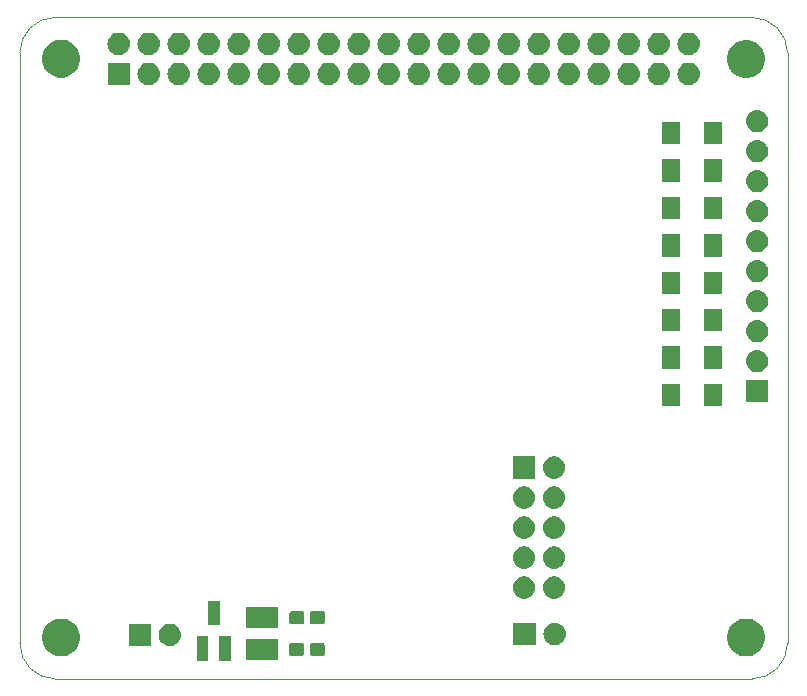
<source format=gbr>
%TF.GenerationSoftware,KiCad,Pcbnew,(5.0.1)-3*%
%TF.CreationDate,2019-03-06T13:22:50-05:00*%
%TF.ProjectId,reef-piHat,726565662D70694861742E6B69636164,rev?*%
%TF.SameCoordinates,Original*%
%TF.FileFunction,Soldermask,Bot*%
%TF.FilePolarity,Negative*%
%FSLAX46Y46*%
G04 Gerber Fmt 4.6, Leading zero omitted, Abs format (unit mm)*
G04 Created by KiCad (PCBNEW (5.0.1)-3) date 3/6/2019 1:22:50 PM*
%MOMM*%
%LPD*%
G01*
G04 APERTURE LIST*
%ADD10C,0.100000*%
G04 APERTURE END LIST*
D10*
X78546356Y-63817611D02*
X78546356Y-113817611D01*
X78546356Y-63817611D02*
G75*
G02X81546356Y-60817611I3000000J0D01*
G01*
X140546356Y-60817611D02*
X81546356Y-60817611D01*
X140546356Y-60817611D02*
G75*
G02X143546356Y-63817611I0J-3000000D01*
G01*
X143546356Y-113817611D02*
X143546356Y-63817611D01*
X81546356Y-116817611D02*
G75*
G02X78546356Y-113817611I0J3000000D01*
G01*
X81546356Y-116817611D02*
X140546356Y-116817611D01*
X143546351Y-113822847D02*
G75*
G02X140546356Y-116817611I-2999995J5236D01*
G01*
G36*
X96407900Y-115298060D02*
X95407900Y-115298060D01*
X95407900Y-113198060D01*
X96407900Y-113198060D01*
X96407900Y-115298060D01*
X96407900Y-115298060D01*
G37*
G36*
X94507900Y-115298060D02*
X93507900Y-115298060D01*
X93507900Y-113198060D01*
X94507900Y-113198060D01*
X94507900Y-115298060D01*
X94507900Y-115298060D01*
G37*
G36*
X100432500Y-115210460D02*
X97682500Y-115210460D01*
X97682500Y-113450460D01*
X100432500Y-113450460D01*
X100432500Y-115210460D01*
X100432500Y-115210460D01*
G37*
G36*
X82506703Y-111781486D02*
X82797883Y-111902097D01*
X83059944Y-112077201D01*
X83282799Y-112300056D01*
X83457903Y-112562117D01*
X83578514Y-112853297D01*
X83640000Y-113162412D01*
X83640000Y-113477588D01*
X83578514Y-113786703D01*
X83457903Y-114077883D01*
X83282799Y-114339944D01*
X83059944Y-114562799D01*
X82797883Y-114737903D01*
X82506703Y-114858514D01*
X82197588Y-114920000D01*
X81882412Y-114920000D01*
X81573297Y-114858514D01*
X81282117Y-114737903D01*
X81020056Y-114562799D01*
X80797201Y-114339944D01*
X80622097Y-114077883D01*
X80501486Y-113786703D01*
X80440000Y-113477588D01*
X80440000Y-113162412D01*
X80501486Y-112853297D01*
X80622097Y-112562117D01*
X80797201Y-112300056D01*
X81020056Y-112077201D01*
X81282117Y-111902097D01*
X81573297Y-111781486D01*
X81882412Y-111720000D01*
X82197588Y-111720000D01*
X82506703Y-111781486D01*
X82506703Y-111781486D01*
G37*
G36*
X140496703Y-111771486D02*
X140787883Y-111892097D01*
X141049944Y-112067201D01*
X141272799Y-112290056D01*
X141447903Y-112552117D01*
X141568514Y-112843297D01*
X141630000Y-113152412D01*
X141630000Y-113467588D01*
X141568514Y-113776703D01*
X141447903Y-114067883D01*
X141272799Y-114329944D01*
X141049944Y-114552799D01*
X140787883Y-114727903D01*
X140496703Y-114848514D01*
X140187588Y-114910000D01*
X139872412Y-114910000D01*
X139563297Y-114848514D01*
X139272117Y-114727903D01*
X139010056Y-114552799D01*
X138787201Y-114329944D01*
X138612097Y-114067883D01*
X138491486Y-113776703D01*
X138430000Y-113467588D01*
X138430000Y-113152412D01*
X138491486Y-112843297D01*
X138612097Y-112552117D01*
X138787201Y-112290056D01*
X139010056Y-112067201D01*
X139272117Y-111892097D01*
X139563297Y-111771486D01*
X139872412Y-111710000D01*
X140187588Y-111710000D01*
X140496703Y-111771486D01*
X140496703Y-111771486D01*
G37*
G36*
X102426079Y-113752776D02*
X102468170Y-113765545D01*
X102506966Y-113786282D01*
X102540971Y-113814189D01*
X102568878Y-113848194D01*
X102589615Y-113886990D01*
X102602384Y-113929081D01*
X102607300Y-113979000D01*
X102607300Y-114666720D01*
X102602384Y-114716639D01*
X102589615Y-114758730D01*
X102568878Y-114797526D01*
X102540971Y-114831531D01*
X102506966Y-114859438D01*
X102468170Y-114880175D01*
X102426079Y-114892944D01*
X102376160Y-114897860D01*
X101588440Y-114897860D01*
X101538521Y-114892944D01*
X101496430Y-114880175D01*
X101457634Y-114859438D01*
X101423629Y-114831531D01*
X101395722Y-114797526D01*
X101374985Y-114758730D01*
X101362216Y-114716639D01*
X101357300Y-114666720D01*
X101357300Y-113979000D01*
X101362216Y-113929081D01*
X101374985Y-113886990D01*
X101395722Y-113848194D01*
X101423629Y-113814189D01*
X101457634Y-113786282D01*
X101496430Y-113765545D01*
X101538521Y-113752776D01*
X101588440Y-113747860D01*
X102376160Y-113747860D01*
X102426079Y-113752776D01*
X102426079Y-113752776D01*
G37*
G36*
X104176079Y-113752776D02*
X104218170Y-113765545D01*
X104256966Y-113786282D01*
X104290971Y-113814189D01*
X104318878Y-113848194D01*
X104339615Y-113886990D01*
X104352384Y-113929081D01*
X104357300Y-113979000D01*
X104357300Y-114666720D01*
X104352384Y-114716639D01*
X104339615Y-114758730D01*
X104318878Y-114797526D01*
X104290971Y-114831531D01*
X104256966Y-114859438D01*
X104218170Y-114880175D01*
X104176079Y-114892944D01*
X104126160Y-114897860D01*
X103338440Y-114897860D01*
X103288521Y-114892944D01*
X103246430Y-114880175D01*
X103207634Y-114859438D01*
X103173629Y-114831531D01*
X103145722Y-114797526D01*
X103124985Y-114758730D01*
X103112216Y-114716639D01*
X103107300Y-114666720D01*
X103107300Y-113979000D01*
X103112216Y-113929081D01*
X103124985Y-113886990D01*
X103145722Y-113848194D01*
X103173629Y-113814189D01*
X103207634Y-113786282D01*
X103246430Y-113765545D01*
X103288521Y-113752776D01*
X103338440Y-113747860D01*
X104126160Y-113747860D01*
X104176079Y-113752776D01*
X104176079Y-113752776D01*
G37*
G36*
X89659500Y-114043500D02*
X87759500Y-114043500D01*
X87759500Y-112143500D01*
X89659500Y-112143500D01*
X89659500Y-114043500D01*
X89659500Y-114043500D01*
G37*
G36*
X91365948Y-112150373D02*
X91435732Y-112157246D01*
X91522527Y-112183575D01*
X91614809Y-112211568D01*
X91779847Y-112299783D01*
X91924501Y-112418499D01*
X92043217Y-112563153D01*
X92131432Y-112728191D01*
X92185754Y-112907269D01*
X92204096Y-113093500D01*
X92185754Y-113279731D01*
X92131432Y-113458809D01*
X92043217Y-113623847D01*
X91924501Y-113768501D01*
X91779847Y-113887217D01*
X91614809Y-113975432D01*
X91525270Y-114002593D01*
X91435732Y-114029754D01*
X91378813Y-114035360D01*
X91296166Y-114043500D01*
X91202834Y-114043500D01*
X91120187Y-114035360D01*
X91063268Y-114029754D01*
X90973730Y-114002593D01*
X90884191Y-113975432D01*
X90719153Y-113887217D01*
X90574499Y-113768501D01*
X90455783Y-113623847D01*
X90367568Y-113458809D01*
X90313246Y-113279731D01*
X90294904Y-113093500D01*
X90313246Y-112907269D01*
X90367568Y-112728191D01*
X90455783Y-112563153D01*
X90574499Y-112418499D01*
X90719153Y-112299783D01*
X90884191Y-112211568D01*
X90976473Y-112183575D01*
X91063268Y-112157246D01*
X91133052Y-112150373D01*
X91202834Y-112143500D01*
X91296166Y-112143500D01*
X91365948Y-112150373D01*
X91365948Y-112150373D01*
G37*
G36*
X123949068Y-112079253D02*
X124018852Y-112086126D01*
X124108390Y-112113287D01*
X124197929Y-112140448D01*
X124362967Y-112228663D01*
X124507621Y-112347379D01*
X124626337Y-112492033D01*
X124714552Y-112657071D01*
X124768874Y-112836149D01*
X124787216Y-113022380D01*
X124768874Y-113208611D01*
X124714552Y-113387689D01*
X124626337Y-113552727D01*
X124507621Y-113697381D01*
X124362967Y-113816097D01*
X124197929Y-113904312D01*
X124128611Y-113925339D01*
X124018852Y-113958634D01*
X123949068Y-113965507D01*
X123879286Y-113972380D01*
X123785954Y-113972380D01*
X123716172Y-113965507D01*
X123646388Y-113958634D01*
X123536629Y-113925339D01*
X123467311Y-113904312D01*
X123302273Y-113816097D01*
X123157619Y-113697381D01*
X123038903Y-113552727D01*
X122950688Y-113387689D01*
X122896366Y-113208611D01*
X122878024Y-113022380D01*
X122896366Y-112836149D01*
X122950688Y-112657071D01*
X123038903Y-112492033D01*
X123157619Y-112347379D01*
X123302273Y-112228663D01*
X123467311Y-112140448D01*
X123556850Y-112113287D01*
X123646388Y-112086126D01*
X123716172Y-112079253D01*
X123785954Y-112072380D01*
X123879286Y-112072380D01*
X123949068Y-112079253D01*
X123949068Y-112079253D01*
G37*
G36*
X122242620Y-113972380D02*
X120342620Y-113972380D01*
X120342620Y-112072380D01*
X122242620Y-112072380D01*
X122242620Y-113972380D01*
X122242620Y-113972380D01*
G37*
G36*
X100432500Y-112510460D02*
X97682500Y-112510460D01*
X97682500Y-110750460D01*
X100432500Y-110750460D01*
X100432500Y-112510460D01*
X100432500Y-112510460D01*
G37*
G36*
X95457900Y-112298060D02*
X94457900Y-112298060D01*
X94457900Y-110198060D01*
X95457900Y-110198060D01*
X95457900Y-112298060D01*
X95457900Y-112298060D01*
G37*
G36*
X104187479Y-111060376D02*
X104229570Y-111073145D01*
X104268366Y-111093882D01*
X104302371Y-111121789D01*
X104330278Y-111155794D01*
X104351015Y-111194590D01*
X104363784Y-111236681D01*
X104368700Y-111286600D01*
X104368700Y-111974320D01*
X104363784Y-112024239D01*
X104351015Y-112066330D01*
X104330278Y-112105126D01*
X104302371Y-112139131D01*
X104268366Y-112167038D01*
X104229570Y-112187775D01*
X104187479Y-112200544D01*
X104137560Y-112205460D01*
X103349840Y-112205460D01*
X103299921Y-112200544D01*
X103257830Y-112187775D01*
X103219034Y-112167038D01*
X103185029Y-112139131D01*
X103157122Y-112105126D01*
X103136385Y-112066330D01*
X103123616Y-112024239D01*
X103118700Y-111974320D01*
X103118700Y-111286600D01*
X103123616Y-111236681D01*
X103136385Y-111194590D01*
X103157122Y-111155794D01*
X103185029Y-111121789D01*
X103219034Y-111093882D01*
X103257830Y-111073145D01*
X103299921Y-111060376D01*
X103349840Y-111055460D01*
X104137560Y-111055460D01*
X104187479Y-111060376D01*
X104187479Y-111060376D01*
G37*
G36*
X102437479Y-111060376D02*
X102479570Y-111073145D01*
X102518366Y-111093882D01*
X102552371Y-111121789D01*
X102580278Y-111155794D01*
X102601015Y-111194590D01*
X102613784Y-111236681D01*
X102618700Y-111286600D01*
X102618700Y-111974320D01*
X102613784Y-112024239D01*
X102601015Y-112066330D01*
X102580278Y-112105126D01*
X102552371Y-112139131D01*
X102518366Y-112167038D01*
X102479570Y-112187775D01*
X102437479Y-112200544D01*
X102387560Y-112205460D01*
X101599840Y-112205460D01*
X101549921Y-112200544D01*
X101507830Y-112187775D01*
X101469034Y-112167038D01*
X101435029Y-112139131D01*
X101407122Y-112105126D01*
X101386385Y-112066330D01*
X101373616Y-112024239D01*
X101368700Y-111974320D01*
X101368700Y-111286600D01*
X101373616Y-111236681D01*
X101386385Y-111194590D01*
X101407122Y-111155794D01*
X101435029Y-111121789D01*
X101469034Y-111093882D01*
X101507830Y-111073145D01*
X101549921Y-111060376D01*
X101599840Y-111055460D01*
X102387560Y-111055460D01*
X102437479Y-111060376D01*
X102437479Y-111060376D01*
G37*
G36*
X121345568Y-108142253D02*
X121415352Y-108149126D01*
X121504890Y-108176287D01*
X121594429Y-108203448D01*
X121759467Y-108291663D01*
X121904121Y-108410379D01*
X122022837Y-108555033D01*
X122111052Y-108720071D01*
X122165374Y-108899149D01*
X122183716Y-109085380D01*
X122165374Y-109271611D01*
X122111052Y-109450689D01*
X122022837Y-109615727D01*
X121904121Y-109760381D01*
X121759467Y-109879097D01*
X121594429Y-109967312D01*
X121504890Y-109994473D01*
X121415352Y-110021634D01*
X121275786Y-110035380D01*
X121182454Y-110035380D01*
X121042888Y-110021634D01*
X120953350Y-109994473D01*
X120863811Y-109967312D01*
X120698773Y-109879097D01*
X120554119Y-109760381D01*
X120435403Y-109615727D01*
X120347188Y-109450689D01*
X120292866Y-109271611D01*
X120274524Y-109085380D01*
X120292866Y-108899149D01*
X120347188Y-108720071D01*
X120435403Y-108555033D01*
X120554119Y-108410379D01*
X120698773Y-108291663D01*
X120863811Y-108203448D01*
X120953350Y-108176287D01*
X121042888Y-108149126D01*
X121112672Y-108142253D01*
X121182454Y-108135380D01*
X121275786Y-108135380D01*
X121345568Y-108142253D01*
X121345568Y-108142253D01*
G37*
G36*
X123885568Y-108142253D02*
X123955352Y-108149126D01*
X124044890Y-108176287D01*
X124134429Y-108203448D01*
X124299467Y-108291663D01*
X124444121Y-108410379D01*
X124562837Y-108555033D01*
X124651052Y-108720071D01*
X124705374Y-108899149D01*
X124723716Y-109085380D01*
X124705374Y-109271611D01*
X124651052Y-109450689D01*
X124562837Y-109615727D01*
X124444121Y-109760381D01*
X124299467Y-109879097D01*
X124134429Y-109967312D01*
X124044890Y-109994473D01*
X123955352Y-110021634D01*
X123815786Y-110035380D01*
X123722454Y-110035380D01*
X123582888Y-110021634D01*
X123493350Y-109994473D01*
X123403811Y-109967312D01*
X123238773Y-109879097D01*
X123094119Y-109760381D01*
X122975403Y-109615727D01*
X122887188Y-109450689D01*
X122832866Y-109271611D01*
X122814524Y-109085380D01*
X122832866Y-108899149D01*
X122887188Y-108720071D01*
X122975403Y-108555033D01*
X123094119Y-108410379D01*
X123238773Y-108291663D01*
X123403811Y-108203448D01*
X123493350Y-108176287D01*
X123582888Y-108149126D01*
X123652672Y-108142253D01*
X123722454Y-108135380D01*
X123815786Y-108135380D01*
X123885568Y-108142253D01*
X123885568Y-108142253D01*
G37*
G36*
X123955352Y-105609126D02*
X124044890Y-105636287D01*
X124134429Y-105663448D01*
X124299467Y-105751663D01*
X124444121Y-105870379D01*
X124562837Y-106015033D01*
X124651052Y-106180071D01*
X124705374Y-106359149D01*
X124723716Y-106545380D01*
X124705374Y-106731611D01*
X124651052Y-106910689D01*
X124562837Y-107075727D01*
X124444121Y-107220381D01*
X124299467Y-107339097D01*
X124134429Y-107427312D01*
X124044890Y-107454473D01*
X123955352Y-107481634D01*
X123815786Y-107495380D01*
X123722454Y-107495380D01*
X123582888Y-107481634D01*
X123493350Y-107454473D01*
X123403811Y-107427312D01*
X123238773Y-107339097D01*
X123094119Y-107220381D01*
X122975403Y-107075727D01*
X122887188Y-106910689D01*
X122832866Y-106731611D01*
X122814524Y-106545380D01*
X122832866Y-106359149D01*
X122887188Y-106180071D01*
X122975403Y-106015033D01*
X123094119Y-105870379D01*
X123238773Y-105751663D01*
X123403811Y-105663448D01*
X123493350Y-105636287D01*
X123582888Y-105609126D01*
X123722454Y-105595380D01*
X123815786Y-105595380D01*
X123955352Y-105609126D01*
X123955352Y-105609126D01*
G37*
G36*
X121415352Y-105609126D02*
X121504890Y-105636287D01*
X121594429Y-105663448D01*
X121759467Y-105751663D01*
X121904121Y-105870379D01*
X122022837Y-106015033D01*
X122111052Y-106180071D01*
X122165374Y-106359149D01*
X122183716Y-106545380D01*
X122165374Y-106731611D01*
X122111052Y-106910689D01*
X122022837Y-107075727D01*
X121904121Y-107220381D01*
X121759467Y-107339097D01*
X121594429Y-107427312D01*
X121504890Y-107454473D01*
X121415352Y-107481634D01*
X121275786Y-107495380D01*
X121182454Y-107495380D01*
X121042888Y-107481634D01*
X120953350Y-107454473D01*
X120863811Y-107427312D01*
X120698773Y-107339097D01*
X120554119Y-107220381D01*
X120435403Y-107075727D01*
X120347188Y-106910689D01*
X120292866Y-106731611D01*
X120274524Y-106545380D01*
X120292866Y-106359149D01*
X120347188Y-106180071D01*
X120435403Y-106015033D01*
X120554119Y-105870379D01*
X120698773Y-105751663D01*
X120863811Y-105663448D01*
X120953350Y-105636287D01*
X121042888Y-105609126D01*
X121182454Y-105595380D01*
X121275786Y-105595380D01*
X121415352Y-105609126D01*
X121415352Y-105609126D01*
G37*
G36*
X121345568Y-103062253D02*
X121415352Y-103069126D01*
X121504890Y-103096287D01*
X121594429Y-103123448D01*
X121759467Y-103211663D01*
X121904121Y-103330379D01*
X122022837Y-103475033D01*
X122111052Y-103640071D01*
X122165374Y-103819149D01*
X122183716Y-104005380D01*
X122165374Y-104191611D01*
X122111052Y-104370689D01*
X122022837Y-104535727D01*
X121904121Y-104680381D01*
X121759467Y-104799097D01*
X121594429Y-104887312D01*
X121504890Y-104914473D01*
X121415352Y-104941634D01*
X121275786Y-104955380D01*
X121182454Y-104955380D01*
X121042888Y-104941634D01*
X120953350Y-104914473D01*
X120863811Y-104887312D01*
X120698773Y-104799097D01*
X120554119Y-104680381D01*
X120435403Y-104535727D01*
X120347188Y-104370689D01*
X120292866Y-104191611D01*
X120274524Y-104005380D01*
X120292866Y-103819149D01*
X120347188Y-103640071D01*
X120435403Y-103475033D01*
X120554119Y-103330379D01*
X120698773Y-103211663D01*
X120863811Y-103123448D01*
X120953350Y-103096287D01*
X121042888Y-103069126D01*
X121112672Y-103062253D01*
X121182454Y-103055380D01*
X121275786Y-103055380D01*
X121345568Y-103062253D01*
X121345568Y-103062253D01*
G37*
G36*
X123885568Y-103062253D02*
X123955352Y-103069126D01*
X124044890Y-103096287D01*
X124134429Y-103123448D01*
X124299467Y-103211663D01*
X124444121Y-103330379D01*
X124562837Y-103475033D01*
X124651052Y-103640071D01*
X124705374Y-103819149D01*
X124723716Y-104005380D01*
X124705374Y-104191611D01*
X124651052Y-104370689D01*
X124562837Y-104535727D01*
X124444121Y-104680381D01*
X124299467Y-104799097D01*
X124134429Y-104887312D01*
X124044890Y-104914473D01*
X123955352Y-104941634D01*
X123815786Y-104955380D01*
X123722454Y-104955380D01*
X123582888Y-104941634D01*
X123493350Y-104914473D01*
X123403811Y-104887312D01*
X123238773Y-104799097D01*
X123094119Y-104680381D01*
X122975403Y-104535727D01*
X122887188Y-104370689D01*
X122832866Y-104191611D01*
X122814524Y-104005380D01*
X122832866Y-103819149D01*
X122887188Y-103640071D01*
X122975403Y-103475033D01*
X123094119Y-103330379D01*
X123238773Y-103211663D01*
X123403811Y-103123448D01*
X123493350Y-103096287D01*
X123582888Y-103069126D01*
X123652672Y-103062253D01*
X123722454Y-103055380D01*
X123815786Y-103055380D01*
X123885568Y-103062253D01*
X123885568Y-103062253D01*
G37*
G36*
X123885568Y-100522253D02*
X123955352Y-100529126D01*
X124044890Y-100556287D01*
X124134429Y-100583448D01*
X124299467Y-100671663D01*
X124444121Y-100790379D01*
X124562837Y-100935033D01*
X124651052Y-101100071D01*
X124705374Y-101279149D01*
X124723716Y-101465380D01*
X124705374Y-101651611D01*
X124651052Y-101830689D01*
X124562837Y-101995727D01*
X124444121Y-102140381D01*
X124299467Y-102259097D01*
X124134429Y-102347312D01*
X124044890Y-102374473D01*
X123955352Y-102401634D01*
X123885568Y-102408507D01*
X123815786Y-102415380D01*
X123722454Y-102415380D01*
X123652672Y-102408507D01*
X123582888Y-102401634D01*
X123493350Y-102374473D01*
X123403811Y-102347312D01*
X123238773Y-102259097D01*
X123094119Y-102140381D01*
X122975403Y-101995727D01*
X122887188Y-101830689D01*
X122832866Y-101651611D01*
X122814524Y-101465380D01*
X122832866Y-101279149D01*
X122887188Y-101100071D01*
X122975403Y-100935033D01*
X123094119Y-100790379D01*
X123238773Y-100671663D01*
X123403811Y-100583448D01*
X123493350Y-100556287D01*
X123582888Y-100529126D01*
X123652672Y-100522253D01*
X123722454Y-100515380D01*
X123815786Y-100515380D01*
X123885568Y-100522253D01*
X123885568Y-100522253D01*
G37*
G36*
X121345568Y-100522253D02*
X121415352Y-100529126D01*
X121504890Y-100556287D01*
X121594429Y-100583448D01*
X121759467Y-100671663D01*
X121904121Y-100790379D01*
X122022837Y-100935033D01*
X122111052Y-101100071D01*
X122165374Y-101279149D01*
X122183716Y-101465380D01*
X122165374Y-101651611D01*
X122111052Y-101830689D01*
X122022837Y-101995727D01*
X121904121Y-102140381D01*
X121759467Y-102259097D01*
X121594429Y-102347312D01*
X121504890Y-102374473D01*
X121415352Y-102401634D01*
X121345568Y-102408507D01*
X121275786Y-102415380D01*
X121182454Y-102415380D01*
X121112672Y-102408507D01*
X121042888Y-102401634D01*
X120953350Y-102374473D01*
X120863811Y-102347312D01*
X120698773Y-102259097D01*
X120554119Y-102140381D01*
X120435403Y-101995727D01*
X120347188Y-101830689D01*
X120292866Y-101651611D01*
X120274524Y-101465380D01*
X120292866Y-101279149D01*
X120347188Y-101100071D01*
X120435403Y-100935033D01*
X120554119Y-100790379D01*
X120698773Y-100671663D01*
X120863811Y-100583448D01*
X120953350Y-100556287D01*
X121042888Y-100529126D01*
X121112672Y-100522253D01*
X121182454Y-100515380D01*
X121275786Y-100515380D01*
X121345568Y-100522253D01*
X121345568Y-100522253D01*
G37*
G36*
X122179120Y-99875380D02*
X120279120Y-99875380D01*
X120279120Y-97975380D01*
X122179120Y-97975380D01*
X122179120Y-99875380D01*
X122179120Y-99875380D01*
G37*
G36*
X123885568Y-97982253D02*
X123955352Y-97989126D01*
X124044890Y-98016287D01*
X124134429Y-98043448D01*
X124299467Y-98131663D01*
X124444121Y-98250379D01*
X124562837Y-98395033D01*
X124651052Y-98560071D01*
X124705374Y-98739149D01*
X124723716Y-98925380D01*
X124705374Y-99111611D01*
X124651052Y-99290689D01*
X124562837Y-99455727D01*
X124444121Y-99600381D01*
X124299467Y-99719097D01*
X124134429Y-99807312D01*
X124044890Y-99834473D01*
X123955352Y-99861634D01*
X123885568Y-99868507D01*
X123815786Y-99875380D01*
X123722454Y-99875380D01*
X123582888Y-99861634D01*
X123493350Y-99834473D01*
X123403811Y-99807312D01*
X123238773Y-99719097D01*
X123094119Y-99600381D01*
X122975403Y-99455727D01*
X122887188Y-99290689D01*
X122832866Y-99111611D01*
X122814524Y-98925380D01*
X122832866Y-98739149D01*
X122887188Y-98560071D01*
X122975403Y-98395033D01*
X123094119Y-98250379D01*
X123238773Y-98131663D01*
X123403811Y-98043448D01*
X123493350Y-98016287D01*
X123582888Y-97989126D01*
X123652672Y-97982253D01*
X123722454Y-97975380D01*
X123815786Y-97975380D01*
X123885568Y-97982253D01*
X123885568Y-97982253D01*
G37*
G36*
X137955720Y-93731120D02*
X136455720Y-93731120D01*
X136455720Y-91831120D01*
X137955720Y-91831120D01*
X137955720Y-93731120D01*
X137955720Y-93731120D01*
G37*
G36*
X134455720Y-93731120D02*
X132955720Y-93731120D01*
X132955720Y-91831120D01*
X134455720Y-91831120D01*
X134455720Y-93731120D01*
X134455720Y-93731120D01*
G37*
G36*
X141920000Y-93406000D02*
X140020000Y-93406000D01*
X140020000Y-91506000D01*
X141920000Y-91506000D01*
X141920000Y-93406000D01*
X141920000Y-93406000D01*
G37*
G36*
X141086448Y-88972873D02*
X141156232Y-88979746D01*
X141245770Y-89006907D01*
X141335309Y-89034068D01*
X141500347Y-89122283D01*
X141645001Y-89240999D01*
X141763717Y-89385653D01*
X141851932Y-89550691D01*
X141906254Y-89729769D01*
X141924596Y-89916000D01*
X141906254Y-90102231D01*
X141851932Y-90281309D01*
X141763717Y-90446347D01*
X141645001Y-90591001D01*
X141500347Y-90709717D01*
X141335309Y-90797932D01*
X141245770Y-90825093D01*
X141156232Y-90852254D01*
X141086448Y-90859127D01*
X141016666Y-90866000D01*
X140923334Y-90866000D01*
X140853552Y-90859127D01*
X140783768Y-90852254D01*
X140694230Y-90825093D01*
X140604691Y-90797932D01*
X140439653Y-90709717D01*
X140294999Y-90591001D01*
X140176283Y-90446347D01*
X140088068Y-90281309D01*
X140033746Y-90102231D01*
X140015404Y-89916000D01*
X140033746Y-89729769D01*
X140088068Y-89550691D01*
X140176283Y-89385653D01*
X140294999Y-89240999D01*
X140439653Y-89122283D01*
X140604691Y-89034068D01*
X140694230Y-89006907D01*
X140783768Y-88979746D01*
X140853552Y-88972873D01*
X140923334Y-88966000D01*
X141016666Y-88966000D01*
X141086448Y-88972873D01*
X141086448Y-88972873D01*
G37*
G36*
X134455720Y-90564826D02*
X132955720Y-90564826D01*
X132955720Y-88664826D01*
X134455720Y-88664826D01*
X134455720Y-90564826D01*
X134455720Y-90564826D01*
G37*
G36*
X137955720Y-90564826D02*
X136455720Y-90564826D01*
X136455720Y-88664826D01*
X137955720Y-88664826D01*
X137955720Y-90564826D01*
X137955720Y-90564826D01*
G37*
G36*
X141156232Y-86439746D02*
X141245770Y-86466907D01*
X141335309Y-86494068D01*
X141500347Y-86582283D01*
X141645001Y-86700999D01*
X141763717Y-86845653D01*
X141851932Y-87010691D01*
X141906254Y-87189769D01*
X141924596Y-87376000D01*
X141906254Y-87562231D01*
X141851932Y-87741309D01*
X141763717Y-87906347D01*
X141645001Y-88051001D01*
X141500347Y-88169717D01*
X141335309Y-88257932D01*
X141245770Y-88285093D01*
X141156232Y-88312254D01*
X141086448Y-88319127D01*
X141016666Y-88326000D01*
X140923334Y-88326000D01*
X140853552Y-88319127D01*
X140783768Y-88312254D01*
X140694230Y-88285093D01*
X140604691Y-88257932D01*
X140439653Y-88169717D01*
X140294999Y-88051001D01*
X140176283Y-87906347D01*
X140088068Y-87741309D01*
X140033746Y-87562231D01*
X140015404Y-87376000D01*
X140033746Y-87189769D01*
X140088068Y-87010691D01*
X140176283Y-86845653D01*
X140294999Y-86700999D01*
X140439653Y-86582283D01*
X140604691Y-86494068D01*
X140694230Y-86466907D01*
X140783768Y-86439746D01*
X140923334Y-86426000D01*
X141016666Y-86426000D01*
X141156232Y-86439746D01*
X141156232Y-86439746D01*
G37*
G36*
X134455720Y-87398535D02*
X132955720Y-87398535D01*
X132955720Y-85498535D01*
X134455720Y-85498535D01*
X134455720Y-87398535D01*
X134455720Y-87398535D01*
G37*
G36*
X137955720Y-87398535D02*
X136455720Y-87398535D01*
X136455720Y-85498535D01*
X137955720Y-85498535D01*
X137955720Y-87398535D01*
X137955720Y-87398535D01*
G37*
G36*
X141086448Y-83892873D02*
X141156232Y-83899746D01*
X141245770Y-83926907D01*
X141335309Y-83954068D01*
X141500347Y-84042283D01*
X141645001Y-84160999D01*
X141763717Y-84305653D01*
X141851932Y-84470691D01*
X141906254Y-84649769D01*
X141924596Y-84836000D01*
X141906254Y-85022231D01*
X141851932Y-85201309D01*
X141763717Y-85366347D01*
X141645001Y-85511001D01*
X141500347Y-85629717D01*
X141335309Y-85717932D01*
X141245770Y-85745093D01*
X141156232Y-85772254D01*
X141016666Y-85786000D01*
X140923334Y-85786000D01*
X140783768Y-85772254D01*
X140694230Y-85745093D01*
X140604691Y-85717932D01*
X140439653Y-85629717D01*
X140294999Y-85511001D01*
X140176283Y-85366347D01*
X140088068Y-85201309D01*
X140033746Y-85022231D01*
X140015404Y-84836000D01*
X140033746Y-84649769D01*
X140088068Y-84470691D01*
X140176283Y-84305653D01*
X140294999Y-84160999D01*
X140439653Y-84042283D01*
X140604691Y-83954068D01*
X140694230Y-83926907D01*
X140783768Y-83899746D01*
X140853552Y-83892873D01*
X140923334Y-83886000D01*
X141016666Y-83886000D01*
X141086448Y-83892873D01*
X141086448Y-83892873D01*
G37*
G36*
X134455720Y-84232244D02*
X132955720Y-84232244D01*
X132955720Y-82332244D01*
X134455720Y-82332244D01*
X134455720Y-84232244D01*
X134455720Y-84232244D01*
G37*
G36*
X137955720Y-84232244D02*
X136455720Y-84232244D01*
X136455720Y-82332244D01*
X137955720Y-82332244D01*
X137955720Y-84232244D01*
X137955720Y-84232244D01*
G37*
G36*
X141086448Y-81352873D02*
X141156232Y-81359746D01*
X141245770Y-81386907D01*
X141335309Y-81414068D01*
X141500347Y-81502283D01*
X141645001Y-81620999D01*
X141763717Y-81765653D01*
X141851932Y-81930691D01*
X141906254Y-82109769D01*
X141924596Y-82296000D01*
X141906254Y-82482231D01*
X141851932Y-82661309D01*
X141763717Y-82826347D01*
X141645001Y-82971001D01*
X141500347Y-83089717D01*
X141335309Y-83177932D01*
X141245770Y-83205093D01*
X141156232Y-83232254D01*
X141016666Y-83246000D01*
X140923334Y-83246000D01*
X140783768Y-83232254D01*
X140694230Y-83205093D01*
X140604691Y-83177932D01*
X140439653Y-83089717D01*
X140294999Y-82971001D01*
X140176283Y-82826347D01*
X140088068Y-82661309D01*
X140033746Y-82482231D01*
X140015404Y-82296000D01*
X140033746Y-82109769D01*
X140088068Y-81930691D01*
X140176283Y-81765653D01*
X140294999Y-81620999D01*
X140439653Y-81502283D01*
X140604691Y-81414068D01*
X140694230Y-81386907D01*
X140783768Y-81359746D01*
X140853552Y-81352873D01*
X140923334Y-81346000D01*
X141016666Y-81346000D01*
X141086448Y-81352873D01*
X141086448Y-81352873D01*
G37*
G36*
X137955720Y-81065953D02*
X136455720Y-81065953D01*
X136455720Y-79165953D01*
X137955720Y-79165953D01*
X137955720Y-81065953D01*
X137955720Y-81065953D01*
G37*
G36*
X134455720Y-81065953D02*
X132955720Y-81065953D01*
X132955720Y-79165953D01*
X134455720Y-79165953D01*
X134455720Y-81065953D01*
X134455720Y-81065953D01*
G37*
G36*
X141086448Y-78812873D02*
X141156232Y-78819746D01*
X141245770Y-78846907D01*
X141335309Y-78874068D01*
X141500347Y-78962283D01*
X141645001Y-79080999D01*
X141763717Y-79225653D01*
X141851932Y-79390691D01*
X141906254Y-79569769D01*
X141924596Y-79756000D01*
X141906254Y-79942231D01*
X141851932Y-80121309D01*
X141763717Y-80286347D01*
X141645001Y-80431001D01*
X141500347Y-80549717D01*
X141335309Y-80637932D01*
X141245770Y-80665093D01*
X141156232Y-80692254D01*
X141086448Y-80699127D01*
X141016666Y-80706000D01*
X140923334Y-80706000D01*
X140853552Y-80699127D01*
X140783768Y-80692254D01*
X140694230Y-80665093D01*
X140604691Y-80637932D01*
X140439653Y-80549717D01*
X140294999Y-80431001D01*
X140176283Y-80286347D01*
X140088068Y-80121309D01*
X140033746Y-79942231D01*
X140015404Y-79756000D01*
X140033746Y-79569769D01*
X140088068Y-79390691D01*
X140176283Y-79225653D01*
X140294999Y-79080999D01*
X140439653Y-78962283D01*
X140604691Y-78874068D01*
X140694230Y-78846907D01*
X140783768Y-78819746D01*
X140853552Y-78812873D01*
X140923334Y-78806000D01*
X141016666Y-78806000D01*
X141086448Y-78812873D01*
X141086448Y-78812873D01*
G37*
G36*
X141086448Y-76272873D02*
X141156232Y-76279746D01*
X141245770Y-76306907D01*
X141335309Y-76334068D01*
X141500347Y-76422283D01*
X141645001Y-76540999D01*
X141763717Y-76685653D01*
X141851932Y-76850691D01*
X141906254Y-77029769D01*
X141924596Y-77216000D01*
X141906254Y-77402231D01*
X141851932Y-77581309D01*
X141763717Y-77746347D01*
X141645001Y-77891001D01*
X141500347Y-78009717D01*
X141335309Y-78097932D01*
X141245770Y-78125093D01*
X141156232Y-78152254D01*
X141086448Y-78159127D01*
X141016666Y-78166000D01*
X140923334Y-78166000D01*
X140853552Y-78159127D01*
X140783768Y-78152254D01*
X140694230Y-78125093D01*
X140604691Y-78097932D01*
X140439653Y-78009717D01*
X140294999Y-77891001D01*
X140176283Y-77746347D01*
X140088068Y-77581309D01*
X140033746Y-77402231D01*
X140015404Y-77216000D01*
X140033746Y-77029769D01*
X140088068Y-76850691D01*
X140176283Y-76685653D01*
X140294999Y-76540999D01*
X140439653Y-76422283D01*
X140604691Y-76334068D01*
X140694230Y-76306907D01*
X140783768Y-76279746D01*
X140853552Y-76272873D01*
X140923334Y-76266000D01*
X141016666Y-76266000D01*
X141086448Y-76272873D01*
X141086448Y-76272873D01*
G37*
G36*
X134455720Y-77899662D02*
X132955720Y-77899662D01*
X132955720Y-75999662D01*
X134455720Y-75999662D01*
X134455720Y-77899662D01*
X134455720Y-77899662D01*
G37*
G36*
X137955720Y-77899662D02*
X136455720Y-77899662D01*
X136455720Y-75999662D01*
X137955720Y-75999662D01*
X137955720Y-77899662D01*
X137955720Y-77899662D01*
G37*
G36*
X141086448Y-73732873D02*
X141156232Y-73739746D01*
X141245770Y-73766907D01*
X141335309Y-73794068D01*
X141500347Y-73882283D01*
X141645001Y-74000999D01*
X141763717Y-74145653D01*
X141851932Y-74310691D01*
X141851932Y-74310692D01*
X141906254Y-74489768D01*
X141924596Y-74676000D01*
X141918946Y-74733371D01*
X141906254Y-74862231D01*
X141851932Y-75041309D01*
X141763717Y-75206347D01*
X141645001Y-75351001D01*
X141500347Y-75469717D01*
X141335309Y-75557932D01*
X141245770Y-75585093D01*
X141156232Y-75612254D01*
X141086448Y-75619127D01*
X141016666Y-75626000D01*
X140923334Y-75626000D01*
X140853552Y-75619127D01*
X140783768Y-75612254D01*
X140694230Y-75585093D01*
X140604691Y-75557932D01*
X140439653Y-75469717D01*
X140294999Y-75351001D01*
X140176283Y-75206347D01*
X140088068Y-75041309D01*
X140033746Y-74862231D01*
X140021055Y-74733371D01*
X140015404Y-74676000D01*
X140033746Y-74489768D01*
X140088068Y-74310692D01*
X140088068Y-74310691D01*
X140176283Y-74145653D01*
X140294999Y-74000999D01*
X140439653Y-73882283D01*
X140604691Y-73794068D01*
X140694230Y-73766907D01*
X140783768Y-73739746D01*
X140853552Y-73732873D01*
X140923334Y-73726000D01*
X141016666Y-73726000D01*
X141086448Y-73732873D01*
X141086448Y-73732873D01*
G37*
G36*
X134455720Y-74733371D02*
X132955720Y-74733371D01*
X132955720Y-72833371D01*
X134455720Y-72833371D01*
X134455720Y-74733371D01*
X134455720Y-74733371D01*
G37*
G36*
X137955720Y-74733371D02*
X136455720Y-74733371D01*
X136455720Y-72833371D01*
X137955720Y-72833371D01*
X137955720Y-74733371D01*
X137955720Y-74733371D01*
G37*
G36*
X141156232Y-71199746D02*
X141245770Y-71226907D01*
X141335309Y-71254068D01*
X141500347Y-71342283D01*
X141645001Y-71460999D01*
X141763717Y-71605653D01*
X141851932Y-71770691D01*
X141906254Y-71949769D01*
X141924596Y-72136000D01*
X141906254Y-72322231D01*
X141851932Y-72501309D01*
X141763717Y-72666347D01*
X141645001Y-72811001D01*
X141500347Y-72929717D01*
X141335309Y-73017932D01*
X141245770Y-73045093D01*
X141156232Y-73072254D01*
X141086448Y-73079127D01*
X141016666Y-73086000D01*
X140923334Y-73086000D01*
X140853552Y-73079127D01*
X140783768Y-73072254D01*
X140694230Y-73045093D01*
X140604691Y-73017932D01*
X140439653Y-72929717D01*
X140294999Y-72811001D01*
X140176283Y-72666347D01*
X140088068Y-72501309D01*
X140033746Y-72322231D01*
X140015404Y-72136000D01*
X140033746Y-71949769D01*
X140088068Y-71770691D01*
X140176283Y-71605653D01*
X140294999Y-71460999D01*
X140439653Y-71342283D01*
X140604691Y-71254068D01*
X140694230Y-71226907D01*
X140783768Y-71199746D01*
X140923334Y-71186000D01*
X141016666Y-71186000D01*
X141156232Y-71199746D01*
X141156232Y-71199746D01*
G37*
G36*
X134455720Y-71567080D02*
X132955720Y-71567080D01*
X132955720Y-69667080D01*
X134455720Y-69667080D01*
X134455720Y-71567080D01*
X134455720Y-71567080D01*
G37*
G36*
X137955720Y-71567080D02*
X136455720Y-71567080D01*
X136455720Y-69667080D01*
X137955720Y-69667080D01*
X137955720Y-71567080D01*
X137955720Y-71567080D01*
G37*
G36*
X141156232Y-68659746D02*
X141245770Y-68686907D01*
X141335309Y-68714068D01*
X141500347Y-68802283D01*
X141645001Y-68920999D01*
X141763717Y-69065653D01*
X141851932Y-69230691D01*
X141906254Y-69409769D01*
X141924596Y-69596000D01*
X141906254Y-69782231D01*
X141851932Y-69961309D01*
X141763717Y-70126347D01*
X141645001Y-70271001D01*
X141500347Y-70389717D01*
X141335309Y-70477932D01*
X141245770Y-70505093D01*
X141156232Y-70532254D01*
X141086448Y-70539127D01*
X141016666Y-70546000D01*
X140923334Y-70546000D01*
X140853552Y-70539127D01*
X140783768Y-70532254D01*
X140694230Y-70505093D01*
X140604691Y-70477932D01*
X140439653Y-70389717D01*
X140294999Y-70271001D01*
X140176283Y-70126347D01*
X140088068Y-69961309D01*
X140033746Y-69782231D01*
X140015404Y-69596000D01*
X140033746Y-69409769D01*
X140088068Y-69230691D01*
X140176283Y-69065653D01*
X140294999Y-68920999D01*
X140439653Y-68802283D01*
X140604691Y-68714068D01*
X140694230Y-68686907D01*
X140783768Y-68659746D01*
X140923334Y-68646000D01*
X141016666Y-68646000D01*
X141156232Y-68659746D01*
X141156232Y-68659746D01*
G37*
G36*
X125206232Y-64653746D02*
X125295770Y-64680907D01*
X125385309Y-64708068D01*
X125550347Y-64796283D01*
X125695001Y-64914999D01*
X125813717Y-65059653D01*
X125901932Y-65224691D01*
X125901932Y-65224692D01*
X125956254Y-65403768D01*
X125974596Y-65590000D01*
X125956254Y-65776232D01*
X125929093Y-65865770D01*
X125901932Y-65955309D01*
X125813717Y-66120347D01*
X125695001Y-66265001D01*
X125550347Y-66383717D01*
X125385309Y-66471932D01*
X125295770Y-66499093D01*
X125206232Y-66526254D01*
X125066666Y-66540000D01*
X124973334Y-66540000D01*
X124833768Y-66526254D01*
X124744230Y-66499093D01*
X124654691Y-66471932D01*
X124489653Y-66383717D01*
X124344999Y-66265001D01*
X124226283Y-66120347D01*
X124138068Y-65955309D01*
X124110907Y-65865770D01*
X124083746Y-65776232D01*
X124065404Y-65590000D01*
X124083746Y-65403768D01*
X124138068Y-65224692D01*
X124138068Y-65224691D01*
X124226283Y-65059653D01*
X124344999Y-64914999D01*
X124489653Y-64796283D01*
X124654691Y-64708068D01*
X124744230Y-64680907D01*
X124833768Y-64653746D01*
X124973334Y-64640000D01*
X125066666Y-64640000D01*
X125206232Y-64653746D01*
X125206232Y-64653746D01*
G37*
G36*
X127746232Y-64653746D02*
X127835770Y-64680907D01*
X127925309Y-64708068D01*
X128090347Y-64796283D01*
X128235001Y-64914999D01*
X128353717Y-65059653D01*
X128441932Y-65224691D01*
X128441932Y-65224692D01*
X128496254Y-65403768D01*
X128514596Y-65590000D01*
X128496254Y-65776232D01*
X128469093Y-65865770D01*
X128441932Y-65955309D01*
X128353717Y-66120347D01*
X128235001Y-66265001D01*
X128090347Y-66383717D01*
X127925309Y-66471932D01*
X127835770Y-66499093D01*
X127746232Y-66526254D01*
X127606666Y-66540000D01*
X127513334Y-66540000D01*
X127373768Y-66526254D01*
X127284230Y-66499093D01*
X127194691Y-66471932D01*
X127029653Y-66383717D01*
X126884999Y-66265001D01*
X126766283Y-66120347D01*
X126678068Y-65955309D01*
X126650907Y-65865770D01*
X126623746Y-65776232D01*
X126605404Y-65590000D01*
X126623746Y-65403768D01*
X126678068Y-65224692D01*
X126678068Y-65224691D01*
X126766283Y-65059653D01*
X126884999Y-64914999D01*
X127029653Y-64796283D01*
X127194691Y-64708068D01*
X127284230Y-64680907D01*
X127373768Y-64653746D01*
X127513334Y-64640000D01*
X127606666Y-64640000D01*
X127746232Y-64653746D01*
X127746232Y-64653746D01*
G37*
G36*
X122666232Y-64653746D02*
X122755770Y-64680907D01*
X122845309Y-64708068D01*
X123010347Y-64796283D01*
X123155001Y-64914999D01*
X123273717Y-65059653D01*
X123361932Y-65224691D01*
X123361932Y-65224692D01*
X123416254Y-65403768D01*
X123434596Y-65590000D01*
X123416254Y-65776232D01*
X123389093Y-65865770D01*
X123361932Y-65955309D01*
X123273717Y-66120347D01*
X123155001Y-66265001D01*
X123010347Y-66383717D01*
X122845309Y-66471932D01*
X122755770Y-66499093D01*
X122666232Y-66526254D01*
X122526666Y-66540000D01*
X122433334Y-66540000D01*
X122293768Y-66526254D01*
X122204230Y-66499093D01*
X122114691Y-66471932D01*
X121949653Y-66383717D01*
X121804999Y-66265001D01*
X121686283Y-66120347D01*
X121598068Y-65955309D01*
X121570907Y-65865770D01*
X121543746Y-65776232D01*
X121525404Y-65590000D01*
X121543746Y-65403768D01*
X121598068Y-65224692D01*
X121598068Y-65224691D01*
X121686283Y-65059653D01*
X121804999Y-64914999D01*
X121949653Y-64796283D01*
X122114691Y-64708068D01*
X122204230Y-64680907D01*
X122293768Y-64653746D01*
X122433334Y-64640000D01*
X122526666Y-64640000D01*
X122666232Y-64653746D01*
X122666232Y-64653746D01*
G37*
G36*
X120126232Y-64653746D02*
X120215770Y-64680907D01*
X120305309Y-64708068D01*
X120470347Y-64796283D01*
X120615001Y-64914999D01*
X120733717Y-65059653D01*
X120821932Y-65224691D01*
X120821932Y-65224692D01*
X120876254Y-65403768D01*
X120894596Y-65590000D01*
X120876254Y-65776232D01*
X120849093Y-65865770D01*
X120821932Y-65955309D01*
X120733717Y-66120347D01*
X120615001Y-66265001D01*
X120470347Y-66383717D01*
X120305309Y-66471932D01*
X120215770Y-66499093D01*
X120126232Y-66526254D01*
X119986666Y-66540000D01*
X119893334Y-66540000D01*
X119753768Y-66526254D01*
X119664230Y-66499093D01*
X119574691Y-66471932D01*
X119409653Y-66383717D01*
X119264999Y-66265001D01*
X119146283Y-66120347D01*
X119058068Y-65955309D01*
X119030907Y-65865770D01*
X119003746Y-65776232D01*
X118985404Y-65590000D01*
X119003746Y-65403768D01*
X119058068Y-65224692D01*
X119058068Y-65224691D01*
X119146283Y-65059653D01*
X119264999Y-64914999D01*
X119409653Y-64796283D01*
X119574691Y-64708068D01*
X119664230Y-64680907D01*
X119753768Y-64653746D01*
X119893334Y-64640000D01*
X119986666Y-64640000D01*
X120126232Y-64653746D01*
X120126232Y-64653746D01*
G37*
G36*
X117586232Y-64653746D02*
X117675770Y-64680907D01*
X117765309Y-64708068D01*
X117930347Y-64796283D01*
X118075001Y-64914999D01*
X118193717Y-65059653D01*
X118281932Y-65224691D01*
X118281932Y-65224692D01*
X118336254Y-65403768D01*
X118354596Y-65590000D01*
X118336254Y-65776232D01*
X118309093Y-65865770D01*
X118281932Y-65955309D01*
X118193717Y-66120347D01*
X118075001Y-66265001D01*
X117930347Y-66383717D01*
X117765309Y-66471932D01*
X117675770Y-66499093D01*
X117586232Y-66526254D01*
X117446666Y-66540000D01*
X117353334Y-66540000D01*
X117213768Y-66526254D01*
X117124230Y-66499093D01*
X117034691Y-66471932D01*
X116869653Y-66383717D01*
X116724999Y-66265001D01*
X116606283Y-66120347D01*
X116518068Y-65955309D01*
X116490907Y-65865770D01*
X116463746Y-65776232D01*
X116445404Y-65590000D01*
X116463746Y-65403768D01*
X116518068Y-65224692D01*
X116518068Y-65224691D01*
X116606283Y-65059653D01*
X116724999Y-64914999D01*
X116869653Y-64796283D01*
X117034691Y-64708068D01*
X117124230Y-64680907D01*
X117213768Y-64653746D01*
X117353334Y-64640000D01*
X117446666Y-64640000D01*
X117586232Y-64653746D01*
X117586232Y-64653746D01*
G37*
G36*
X115046232Y-64653746D02*
X115135770Y-64680907D01*
X115225309Y-64708068D01*
X115390347Y-64796283D01*
X115535001Y-64914999D01*
X115653717Y-65059653D01*
X115741932Y-65224691D01*
X115741932Y-65224692D01*
X115796254Y-65403768D01*
X115814596Y-65590000D01*
X115796254Y-65776232D01*
X115769093Y-65865770D01*
X115741932Y-65955309D01*
X115653717Y-66120347D01*
X115535001Y-66265001D01*
X115390347Y-66383717D01*
X115225309Y-66471932D01*
X115135770Y-66499093D01*
X115046232Y-66526254D01*
X114906666Y-66540000D01*
X114813334Y-66540000D01*
X114673768Y-66526254D01*
X114584230Y-66499093D01*
X114494691Y-66471932D01*
X114329653Y-66383717D01*
X114184999Y-66265001D01*
X114066283Y-66120347D01*
X113978068Y-65955309D01*
X113950907Y-65865770D01*
X113923746Y-65776232D01*
X113905404Y-65590000D01*
X113923746Y-65403768D01*
X113978068Y-65224692D01*
X113978068Y-65224691D01*
X114066283Y-65059653D01*
X114184999Y-64914999D01*
X114329653Y-64796283D01*
X114494691Y-64708068D01*
X114584230Y-64680907D01*
X114673768Y-64653746D01*
X114813334Y-64640000D01*
X114906666Y-64640000D01*
X115046232Y-64653746D01*
X115046232Y-64653746D01*
G37*
G36*
X112506232Y-64653746D02*
X112595770Y-64680907D01*
X112685309Y-64708068D01*
X112850347Y-64796283D01*
X112995001Y-64914999D01*
X113113717Y-65059653D01*
X113201932Y-65224691D01*
X113201932Y-65224692D01*
X113256254Y-65403768D01*
X113274596Y-65590000D01*
X113256254Y-65776232D01*
X113229093Y-65865770D01*
X113201932Y-65955309D01*
X113113717Y-66120347D01*
X112995001Y-66265001D01*
X112850347Y-66383717D01*
X112685309Y-66471932D01*
X112595770Y-66499093D01*
X112506232Y-66526254D01*
X112366666Y-66540000D01*
X112273334Y-66540000D01*
X112133768Y-66526254D01*
X112044230Y-66499093D01*
X111954691Y-66471932D01*
X111789653Y-66383717D01*
X111644999Y-66265001D01*
X111526283Y-66120347D01*
X111438068Y-65955309D01*
X111410907Y-65865770D01*
X111383746Y-65776232D01*
X111365404Y-65590000D01*
X111383746Y-65403768D01*
X111438068Y-65224692D01*
X111438068Y-65224691D01*
X111526283Y-65059653D01*
X111644999Y-64914999D01*
X111789653Y-64796283D01*
X111954691Y-64708068D01*
X112044230Y-64680907D01*
X112133768Y-64653746D01*
X112273334Y-64640000D01*
X112366666Y-64640000D01*
X112506232Y-64653746D01*
X112506232Y-64653746D01*
G37*
G36*
X109966232Y-64653746D02*
X110055770Y-64680907D01*
X110145309Y-64708068D01*
X110310347Y-64796283D01*
X110455001Y-64914999D01*
X110573717Y-65059653D01*
X110661932Y-65224691D01*
X110661932Y-65224692D01*
X110716254Y-65403768D01*
X110734596Y-65590000D01*
X110716254Y-65776232D01*
X110689093Y-65865770D01*
X110661932Y-65955309D01*
X110573717Y-66120347D01*
X110455001Y-66265001D01*
X110310347Y-66383717D01*
X110145309Y-66471932D01*
X110055770Y-66499093D01*
X109966232Y-66526254D01*
X109826666Y-66540000D01*
X109733334Y-66540000D01*
X109593768Y-66526254D01*
X109504230Y-66499093D01*
X109414691Y-66471932D01*
X109249653Y-66383717D01*
X109104999Y-66265001D01*
X108986283Y-66120347D01*
X108898068Y-65955309D01*
X108870907Y-65865770D01*
X108843746Y-65776232D01*
X108825404Y-65590000D01*
X108843746Y-65403768D01*
X108898068Y-65224692D01*
X108898068Y-65224691D01*
X108986283Y-65059653D01*
X109104999Y-64914999D01*
X109249653Y-64796283D01*
X109414691Y-64708068D01*
X109504230Y-64680907D01*
X109593768Y-64653746D01*
X109733334Y-64640000D01*
X109826666Y-64640000D01*
X109966232Y-64653746D01*
X109966232Y-64653746D01*
G37*
G36*
X107426232Y-64653746D02*
X107515770Y-64680907D01*
X107605309Y-64708068D01*
X107770347Y-64796283D01*
X107915001Y-64914999D01*
X108033717Y-65059653D01*
X108121932Y-65224691D01*
X108121932Y-65224692D01*
X108176254Y-65403768D01*
X108194596Y-65590000D01*
X108176254Y-65776232D01*
X108149093Y-65865770D01*
X108121932Y-65955309D01*
X108033717Y-66120347D01*
X107915001Y-66265001D01*
X107770347Y-66383717D01*
X107605309Y-66471932D01*
X107515770Y-66499093D01*
X107426232Y-66526254D01*
X107286666Y-66540000D01*
X107193334Y-66540000D01*
X107053768Y-66526254D01*
X106964230Y-66499093D01*
X106874691Y-66471932D01*
X106709653Y-66383717D01*
X106564999Y-66265001D01*
X106446283Y-66120347D01*
X106358068Y-65955309D01*
X106330907Y-65865770D01*
X106303746Y-65776232D01*
X106285404Y-65590000D01*
X106303746Y-65403768D01*
X106358068Y-65224692D01*
X106358068Y-65224691D01*
X106446283Y-65059653D01*
X106564999Y-64914999D01*
X106709653Y-64796283D01*
X106874691Y-64708068D01*
X106964230Y-64680907D01*
X107053768Y-64653746D01*
X107193334Y-64640000D01*
X107286666Y-64640000D01*
X107426232Y-64653746D01*
X107426232Y-64653746D01*
G37*
G36*
X104886232Y-64653746D02*
X104975770Y-64680907D01*
X105065309Y-64708068D01*
X105230347Y-64796283D01*
X105375001Y-64914999D01*
X105493717Y-65059653D01*
X105581932Y-65224691D01*
X105581932Y-65224692D01*
X105636254Y-65403768D01*
X105654596Y-65590000D01*
X105636254Y-65776232D01*
X105609093Y-65865770D01*
X105581932Y-65955309D01*
X105493717Y-66120347D01*
X105375001Y-66265001D01*
X105230347Y-66383717D01*
X105065309Y-66471932D01*
X104975770Y-66499093D01*
X104886232Y-66526254D01*
X104746666Y-66540000D01*
X104653334Y-66540000D01*
X104513768Y-66526254D01*
X104424230Y-66499093D01*
X104334691Y-66471932D01*
X104169653Y-66383717D01*
X104024999Y-66265001D01*
X103906283Y-66120347D01*
X103818068Y-65955309D01*
X103790907Y-65865770D01*
X103763746Y-65776232D01*
X103745404Y-65590000D01*
X103763746Y-65403768D01*
X103818068Y-65224692D01*
X103818068Y-65224691D01*
X103906283Y-65059653D01*
X104024999Y-64914999D01*
X104169653Y-64796283D01*
X104334691Y-64708068D01*
X104424230Y-64680907D01*
X104513768Y-64653746D01*
X104653334Y-64640000D01*
X104746666Y-64640000D01*
X104886232Y-64653746D01*
X104886232Y-64653746D01*
G37*
G36*
X135366232Y-64653746D02*
X135455770Y-64680907D01*
X135545309Y-64708068D01*
X135710347Y-64796283D01*
X135855001Y-64914999D01*
X135973717Y-65059653D01*
X136061932Y-65224691D01*
X136061932Y-65224692D01*
X136116254Y-65403768D01*
X136134596Y-65590000D01*
X136116254Y-65776232D01*
X136089093Y-65865770D01*
X136061932Y-65955309D01*
X135973717Y-66120347D01*
X135855001Y-66265001D01*
X135710347Y-66383717D01*
X135545309Y-66471932D01*
X135455770Y-66499093D01*
X135366232Y-66526254D01*
X135226666Y-66540000D01*
X135133334Y-66540000D01*
X134993768Y-66526254D01*
X134904230Y-66499093D01*
X134814691Y-66471932D01*
X134649653Y-66383717D01*
X134504999Y-66265001D01*
X134386283Y-66120347D01*
X134298068Y-65955309D01*
X134270907Y-65865770D01*
X134243746Y-65776232D01*
X134225404Y-65590000D01*
X134243746Y-65403768D01*
X134298068Y-65224692D01*
X134298068Y-65224691D01*
X134386283Y-65059653D01*
X134504999Y-64914999D01*
X134649653Y-64796283D01*
X134814691Y-64708068D01*
X134904230Y-64680907D01*
X134993768Y-64653746D01*
X135133334Y-64640000D01*
X135226666Y-64640000D01*
X135366232Y-64653746D01*
X135366232Y-64653746D01*
G37*
G36*
X87870000Y-66540000D02*
X85970000Y-66540000D01*
X85970000Y-64640000D01*
X87870000Y-64640000D01*
X87870000Y-66540000D01*
X87870000Y-66540000D01*
G37*
G36*
X89646232Y-64653746D02*
X89735770Y-64680907D01*
X89825309Y-64708068D01*
X89990347Y-64796283D01*
X90135001Y-64914999D01*
X90253717Y-65059653D01*
X90341932Y-65224691D01*
X90341932Y-65224692D01*
X90396254Y-65403768D01*
X90414596Y-65590000D01*
X90396254Y-65776232D01*
X90369093Y-65865770D01*
X90341932Y-65955309D01*
X90253717Y-66120347D01*
X90135001Y-66265001D01*
X89990347Y-66383717D01*
X89825309Y-66471932D01*
X89735770Y-66499093D01*
X89646232Y-66526254D01*
X89506666Y-66540000D01*
X89413334Y-66540000D01*
X89273768Y-66526254D01*
X89184230Y-66499093D01*
X89094691Y-66471932D01*
X88929653Y-66383717D01*
X88784999Y-66265001D01*
X88666283Y-66120347D01*
X88578068Y-65955309D01*
X88550907Y-65865770D01*
X88523746Y-65776232D01*
X88505404Y-65590000D01*
X88523746Y-65403768D01*
X88578068Y-65224692D01*
X88578068Y-65224691D01*
X88666283Y-65059653D01*
X88784999Y-64914999D01*
X88929653Y-64796283D01*
X89094691Y-64708068D01*
X89184230Y-64680907D01*
X89273768Y-64653746D01*
X89413334Y-64640000D01*
X89506666Y-64640000D01*
X89646232Y-64653746D01*
X89646232Y-64653746D01*
G37*
G36*
X92186232Y-64653746D02*
X92275770Y-64680907D01*
X92365309Y-64708068D01*
X92530347Y-64796283D01*
X92675001Y-64914999D01*
X92793717Y-65059653D01*
X92881932Y-65224691D01*
X92881932Y-65224692D01*
X92936254Y-65403768D01*
X92954596Y-65590000D01*
X92936254Y-65776232D01*
X92909093Y-65865770D01*
X92881932Y-65955309D01*
X92793717Y-66120347D01*
X92675001Y-66265001D01*
X92530347Y-66383717D01*
X92365309Y-66471932D01*
X92275770Y-66499093D01*
X92186232Y-66526254D01*
X92046666Y-66540000D01*
X91953334Y-66540000D01*
X91813768Y-66526254D01*
X91724230Y-66499093D01*
X91634691Y-66471932D01*
X91469653Y-66383717D01*
X91324999Y-66265001D01*
X91206283Y-66120347D01*
X91118068Y-65955309D01*
X91090907Y-65865770D01*
X91063746Y-65776232D01*
X91045404Y-65590000D01*
X91063746Y-65403768D01*
X91118068Y-65224692D01*
X91118068Y-65224691D01*
X91206283Y-65059653D01*
X91324999Y-64914999D01*
X91469653Y-64796283D01*
X91634691Y-64708068D01*
X91724230Y-64680907D01*
X91813768Y-64653746D01*
X91953334Y-64640000D01*
X92046666Y-64640000D01*
X92186232Y-64653746D01*
X92186232Y-64653746D01*
G37*
G36*
X94726232Y-64653746D02*
X94815770Y-64680907D01*
X94905309Y-64708068D01*
X95070347Y-64796283D01*
X95215001Y-64914999D01*
X95333717Y-65059653D01*
X95421932Y-65224691D01*
X95421932Y-65224692D01*
X95476254Y-65403768D01*
X95494596Y-65590000D01*
X95476254Y-65776232D01*
X95449093Y-65865770D01*
X95421932Y-65955309D01*
X95333717Y-66120347D01*
X95215001Y-66265001D01*
X95070347Y-66383717D01*
X94905309Y-66471932D01*
X94815770Y-66499093D01*
X94726232Y-66526254D01*
X94586666Y-66540000D01*
X94493334Y-66540000D01*
X94353768Y-66526254D01*
X94264230Y-66499093D01*
X94174691Y-66471932D01*
X94009653Y-66383717D01*
X93864999Y-66265001D01*
X93746283Y-66120347D01*
X93658068Y-65955309D01*
X93630907Y-65865770D01*
X93603746Y-65776232D01*
X93585404Y-65590000D01*
X93603746Y-65403768D01*
X93658068Y-65224692D01*
X93658068Y-65224691D01*
X93746283Y-65059653D01*
X93864999Y-64914999D01*
X94009653Y-64796283D01*
X94174691Y-64708068D01*
X94264230Y-64680907D01*
X94353768Y-64653746D01*
X94493334Y-64640000D01*
X94586666Y-64640000D01*
X94726232Y-64653746D01*
X94726232Y-64653746D01*
G37*
G36*
X97266232Y-64653746D02*
X97355770Y-64680907D01*
X97445309Y-64708068D01*
X97610347Y-64796283D01*
X97755001Y-64914999D01*
X97873717Y-65059653D01*
X97961932Y-65224691D01*
X97961932Y-65224692D01*
X98016254Y-65403768D01*
X98034596Y-65590000D01*
X98016254Y-65776232D01*
X97989093Y-65865770D01*
X97961932Y-65955309D01*
X97873717Y-66120347D01*
X97755001Y-66265001D01*
X97610347Y-66383717D01*
X97445309Y-66471932D01*
X97355770Y-66499093D01*
X97266232Y-66526254D01*
X97126666Y-66540000D01*
X97033334Y-66540000D01*
X96893768Y-66526254D01*
X96804230Y-66499093D01*
X96714691Y-66471932D01*
X96549653Y-66383717D01*
X96404999Y-66265001D01*
X96286283Y-66120347D01*
X96198068Y-65955309D01*
X96170907Y-65865770D01*
X96143746Y-65776232D01*
X96125404Y-65590000D01*
X96143746Y-65403768D01*
X96198068Y-65224692D01*
X96198068Y-65224691D01*
X96286283Y-65059653D01*
X96404999Y-64914999D01*
X96549653Y-64796283D01*
X96714691Y-64708068D01*
X96804230Y-64680907D01*
X96893768Y-64653746D01*
X97033334Y-64640000D01*
X97126666Y-64640000D01*
X97266232Y-64653746D01*
X97266232Y-64653746D01*
G37*
G36*
X99806232Y-64653746D02*
X99895770Y-64680907D01*
X99985309Y-64708068D01*
X100150347Y-64796283D01*
X100295001Y-64914999D01*
X100413717Y-65059653D01*
X100501932Y-65224691D01*
X100501932Y-65224692D01*
X100556254Y-65403768D01*
X100574596Y-65590000D01*
X100556254Y-65776232D01*
X100529093Y-65865770D01*
X100501932Y-65955309D01*
X100413717Y-66120347D01*
X100295001Y-66265001D01*
X100150347Y-66383717D01*
X99985309Y-66471932D01*
X99895770Y-66499093D01*
X99806232Y-66526254D01*
X99666666Y-66540000D01*
X99573334Y-66540000D01*
X99433768Y-66526254D01*
X99344230Y-66499093D01*
X99254691Y-66471932D01*
X99089653Y-66383717D01*
X98944999Y-66265001D01*
X98826283Y-66120347D01*
X98738068Y-65955309D01*
X98710907Y-65865770D01*
X98683746Y-65776232D01*
X98665404Y-65590000D01*
X98683746Y-65403768D01*
X98738068Y-65224692D01*
X98738068Y-65224691D01*
X98826283Y-65059653D01*
X98944999Y-64914999D01*
X99089653Y-64796283D01*
X99254691Y-64708068D01*
X99344230Y-64680907D01*
X99433768Y-64653746D01*
X99573334Y-64640000D01*
X99666666Y-64640000D01*
X99806232Y-64653746D01*
X99806232Y-64653746D01*
G37*
G36*
X130286232Y-64653746D02*
X130375770Y-64680907D01*
X130465309Y-64708068D01*
X130630347Y-64796283D01*
X130775001Y-64914999D01*
X130893717Y-65059653D01*
X130981932Y-65224691D01*
X130981932Y-65224692D01*
X131036254Y-65403768D01*
X131054596Y-65590000D01*
X131036254Y-65776232D01*
X131009093Y-65865770D01*
X130981932Y-65955309D01*
X130893717Y-66120347D01*
X130775001Y-66265001D01*
X130630347Y-66383717D01*
X130465309Y-66471932D01*
X130375770Y-66499093D01*
X130286232Y-66526254D01*
X130146666Y-66540000D01*
X130053334Y-66540000D01*
X129913768Y-66526254D01*
X129824230Y-66499093D01*
X129734691Y-66471932D01*
X129569653Y-66383717D01*
X129424999Y-66265001D01*
X129306283Y-66120347D01*
X129218068Y-65955309D01*
X129190907Y-65865770D01*
X129163746Y-65776232D01*
X129145404Y-65590000D01*
X129163746Y-65403768D01*
X129218068Y-65224692D01*
X129218068Y-65224691D01*
X129306283Y-65059653D01*
X129424999Y-64914999D01*
X129569653Y-64796283D01*
X129734691Y-64708068D01*
X129824230Y-64680907D01*
X129913768Y-64653746D01*
X130053334Y-64640000D01*
X130146666Y-64640000D01*
X130286232Y-64653746D01*
X130286232Y-64653746D01*
G37*
G36*
X102346232Y-64653746D02*
X102435770Y-64680907D01*
X102525309Y-64708068D01*
X102690347Y-64796283D01*
X102835001Y-64914999D01*
X102953717Y-65059653D01*
X103041932Y-65224691D01*
X103041932Y-65224692D01*
X103096254Y-65403768D01*
X103114596Y-65590000D01*
X103096254Y-65776232D01*
X103069093Y-65865770D01*
X103041932Y-65955309D01*
X102953717Y-66120347D01*
X102835001Y-66265001D01*
X102690347Y-66383717D01*
X102525309Y-66471932D01*
X102435770Y-66499093D01*
X102346232Y-66526254D01*
X102206666Y-66540000D01*
X102113334Y-66540000D01*
X101973768Y-66526254D01*
X101884230Y-66499093D01*
X101794691Y-66471932D01*
X101629653Y-66383717D01*
X101484999Y-66265001D01*
X101366283Y-66120347D01*
X101278068Y-65955309D01*
X101250907Y-65865770D01*
X101223746Y-65776232D01*
X101205404Y-65590000D01*
X101223746Y-65403768D01*
X101278068Y-65224692D01*
X101278068Y-65224691D01*
X101366283Y-65059653D01*
X101484999Y-64914999D01*
X101629653Y-64796283D01*
X101794691Y-64708068D01*
X101884230Y-64680907D01*
X101973768Y-64653746D01*
X102113334Y-64640000D01*
X102206666Y-64640000D01*
X102346232Y-64653746D01*
X102346232Y-64653746D01*
G37*
G36*
X132826232Y-64653746D02*
X132915770Y-64680907D01*
X133005309Y-64708068D01*
X133170347Y-64796283D01*
X133315001Y-64914999D01*
X133433717Y-65059653D01*
X133521932Y-65224691D01*
X133521932Y-65224692D01*
X133576254Y-65403768D01*
X133594596Y-65590000D01*
X133576254Y-65776232D01*
X133549093Y-65865770D01*
X133521932Y-65955309D01*
X133433717Y-66120347D01*
X133315001Y-66265001D01*
X133170347Y-66383717D01*
X133005309Y-66471932D01*
X132915770Y-66499093D01*
X132826232Y-66526254D01*
X132686666Y-66540000D01*
X132593334Y-66540000D01*
X132453768Y-66526254D01*
X132364230Y-66499093D01*
X132274691Y-66471932D01*
X132109653Y-66383717D01*
X131964999Y-66265001D01*
X131846283Y-66120347D01*
X131758068Y-65955309D01*
X131730907Y-65865770D01*
X131703746Y-65776232D01*
X131685404Y-65590000D01*
X131703746Y-65403768D01*
X131758068Y-65224692D01*
X131758068Y-65224691D01*
X131846283Y-65059653D01*
X131964999Y-64914999D01*
X132109653Y-64796283D01*
X132274691Y-64708068D01*
X132364230Y-64680907D01*
X132453768Y-64653746D01*
X132593334Y-64640000D01*
X132686666Y-64640000D01*
X132826232Y-64653746D01*
X132826232Y-64653746D01*
G37*
G36*
X140506703Y-62791486D02*
X140797883Y-62912097D01*
X141059944Y-63087201D01*
X141282799Y-63310056D01*
X141457903Y-63572117D01*
X141578514Y-63863297D01*
X141640000Y-64172412D01*
X141640000Y-64487588D01*
X141578514Y-64796703D01*
X141457903Y-65087883D01*
X141282799Y-65349944D01*
X141059944Y-65572799D01*
X140797883Y-65747903D01*
X140506703Y-65868514D01*
X140197588Y-65930000D01*
X139882412Y-65930000D01*
X139573297Y-65868514D01*
X139282117Y-65747903D01*
X139020056Y-65572799D01*
X138797201Y-65349944D01*
X138622097Y-65087883D01*
X138501486Y-64796703D01*
X138440000Y-64487588D01*
X138440000Y-64172412D01*
X138501486Y-63863297D01*
X138622097Y-63572117D01*
X138797201Y-63310056D01*
X139020056Y-63087201D01*
X139282117Y-62912097D01*
X139573297Y-62791486D01*
X139882412Y-62730000D01*
X140197588Y-62730000D01*
X140506703Y-62791486D01*
X140506703Y-62791486D01*
G37*
G36*
X82506703Y-62771486D02*
X82797883Y-62892097D01*
X83059944Y-63067201D01*
X83282799Y-63290056D01*
X83457903Y-63552117D01*
X83578514Y-63843297D01*
X83640000Y-64152412D01*
X83640000Y-64467588D01*
X83578514Y-64776703D01*
X83457903Y-65067883D01*
X83282799Y-65329944D01*
X83059944Y-65552799D01*
X82797883Y-65727903D01*
X82506703Y-65848514D01*
X82197588Y-65910000D01*
X81882412Y-65910000D01*
X81573297Y-65848514D01*
X81282117Y-65727903D01*
X81020056Y-65552799D01*
X80797201Y-65329944D01*
X80622097Y-65067883D01*
X80501486Y-64776703D01*
X80440000Y-64467588D01*
X80440000Y-64152412D01*
X80501486Y-63843297D01*
X80622097Y-63552117D01*
X80797201Y-63290056D01*
X81020056Y-63067201D01*
X81282117Y-62892097D01*
X81573297Y-62771486D01*
X81882412Y-62710000D01*
X82197588Y-62710000D01*
X82506703Y-62771486D01*
X82506703Y-62771486D01*
G37*
G36*
X120126232Y-62113746D02*
X120215770Y-62140907D01*
X120305309Y-62168068D01*
X120470347Y-62256283D01*
X120615001Y-62374999D01*
X120733717Y-62519653D01*
X120821932Y-62684691D01*
X120821932Y-62684692D01*
X120854328Y-62791486D01*
X120876254Y-62863769D01*
X120894596Y-63050000D01*
X120876254Y-63236231D01*
X120821932Y-63415309D01*
X120733717Y-63580347D01*
X120615001Y-63725001D01*
X120470347Y-63843717D01*
X120305309Y-63931932D01*
X120215770Y-63959093D01*
X120126232Y-63986254D01*
X119986666Y-64000000D01*
X119893334Y-64000000D01*
X119753768Y-63986254D01*
X119664230Y-63959093D01*
X119574691Y-63931932D01*
X119409653Y-63843717D01*
X119264999Y-63725001D01*
X119146283Y-63580347D01*
X119058068Y-63415309D01*
X119003746Y-63236231D01*
X118985404Y-63050000D01*
X119003746Y-62863769D01*
X119025673Y-62791486D01*
X119058068Y-62684692D01*
X119058068Y-62684691D01*
X119146283Y-62519653D01*
X119264999Y-62374999D01*
X119409653Y-62256283D01*
X119574691Y-62168068D01*
X119664230Y-62140907D01*
X119753768Y-62113746D01*
X119893334Y-62100000D01*
X119986666Y-62100000D01*
X120126232Y-62113746D01*
X120126232Y-62113746D01*
G37*
G36*
X87106232Y-62113746D02*
X87195770Y-62140907D01*
X87285309Y-62168068D01*
X87450347Y-62256283D01*
X87595001Y-62374999D01*
X87713717Y-62519653D01*
X87801932Y-62684691D01*
X87801932Y-62684692D01*
X87834328Y-62791486D01*
X87856254Y-62863769D01*
X87874596Y-63050000D01*
X87856254Y-63236231D01*
X87801932Y-63415309D01*
X87713717Y-63580347D01*
X87595001Y-63725001D01*
X87450347Y-63843717D01*
X87285309Y-63931932D01*
X87195770Y-63959093D01*
X87106232Y-63986254D01*
X86966666Y-64000000D01*
X86873334Y-64000000D01*
X86733768Y-63986254D01*
X86644230Y-63959093D01*
X86554691Y-63931932D01*
X86389653Y-63843717D01*
X86244999Y-63725001D01*
X86126283Y-63580347D01*
X86038068Y-63415309D01*
X85983746Y-63236231D01*
X85965404Y-63050000D01*
X85983746Y-62863769D01*
X86005673Y-62791486D01*
X86038068Y-62684692D01*
X86038068Y-62684691D01*
X86126283Y-62519653D01*
X86244999Y-62374999D01*
X86389653Y-62256283D01*
X86554691Y-62168068D01*
X86644230Y-62140907D01*
X86733768Y-62113746D01*
X86873334Y-62100000D01*
X86966666Y-62100000D01*
X87106232Y-62113746D01*
X87106232Y-62113746D01*
G37*
G36*
X122666232Y-62113746D02*
X122755770Y-62140907D01*
X122845309Y-62168068D01*
X123010347Y-62256283D01*
X123155001Y-62374999D01*
X123273717Y-62519653D01*
X123361932Y-62684691D01*
X123361932Y-62684692D01*
X123394328Y-62791486D01*
X123416254Y-62863769D01*
X123434596Y-63050000D01*
X123416254Y-63236231D01*
X123361932Y-63415309D01*
X123273717Y-63580347D01*
X123155001Y-63725001D01*
X123010347Y-63843717D01*
X122845309Y-63931932D01*
X122755770Y-63959093D01*
X122666232Y-63986254D01*
X122526666Y-64000000D01*
X122433334Y-64000000D01*
X122293768Y-63986254D01*
X122204230Y-63959093D01*
X122114691Y-63931932D01*
X121949653Y-63843717D01*
X121804999Y-63725001D01*
X121686283Y-63580347D01*
X121598068Y-63415309D01*
X121543746Y-63236231D01*
X121525404Y-63050000D01*
X121543746Y-62863769D01*
X121565673Y-62791486D01*
X121598068Y-62684692D01*
X121598068Y-62684691D01*
X121686283Y-62519653D01*
X121804999Y-62374999D01*
X121949653Y-62256283D01*
X122114691Y-62168068D01*
X122204230Y-62140907D01*
X122293768Y-62113746D01*
X122433334Y-62100000D01*
X122526666Y-62100000D01*
X122666232Y-62113746D01*
X122666232Y-62113746D01*
G37*
G36*
X132826232Y-62113746D02*
X132915770Y-62140907D01*
X133005309Y-62168068D01*
X133170347Y-62256283D01*
X133315001Y-62374999D01*
X133433717Y-62519653D01*
X133521932Y-62684691D01*
X133521932Y-62684692D01*
X133554328Y-62791486D01*
X133576254Y-62863769D01*
X133594596Y-63050000D01*
X133576254Y-63236231D01*
X133521932Y-63415309D01*
X133433717Y-63580347D01*
X133315001Y-63725001D01*
X133170347Y-63843717D01*
X133005309Y-63931932D01*
X132915770Y-63959093D01*
X132826232Y-63986254D01*
X132686666Y-64000000D01*
X132593334Y-64000000D01*
X132453768Y-63986254D01*
X132364230Y-63959093D01*
X132274691Y-63931932D01*
X132109653Y-63843717D01*
X131964999Y-63725001D01*
X131846283Y-63580347D01*
X131758068Y-63415309D01*
X131703746Y-63236231D01*
X131685404Y-63050000D01*
X131703746Y-62863769D01*
X131725673Y-62791486D01*
X131758068Y-62684692D01*
X131758068Y-62684691D01*
X131846283Y-62519653D01*
X131964999Y-62374999D01*
X132109653Y-62256283D01*
X132274691Y-62168068D01*
X132364230Y-62140907D01*
X132453768Y-62113746D01*
X132593334Y-62100000D01*
X132686666Y-62100000D01*
X132826232Y-62113746D01*
X132826232Y-62113746D01*
G37*
G36*
X125206232Y-62113746D02*
X125295770Y-62140907D01*
X125385309Y-62168068D01*
X125550347Y-62256283D01*
X125695001Y-62374999D01*
X125813717Y-62519653D01*
X125901932Y-62684691D01*
X125901932Y-62684692D01*
X125934328Y-62791486D01*
X125956254Y-62863769D01*
X125974596Y-63050000D01*
X125956254Y-63236231D01*
X125901932Y-63415309D01*
X125813717Y-63580347D01*
X125695001Y-63725001D01*
X125550347Y-63843717D01*
X125385309Y-63931932D01*
X125295770Y-63959093D01*
X125206232Y-63986254D01*
X125066666Y-64000000D01*
X124973334Y-64000000D01*
X124833768Y-63986254D01*
X124744230Y-63959093D01*
X124654691Y-63931932D01*
X124489653Y-63843717D01*
X124344999Y-63725001D01*
X124226283Y-63580347D01*
X124138068Y-63415309D01*
X124083746Y-63236231D01*
X124065404Y-63050000D01*
X124083746Y-62863769D01*
X124105673Y-62791486D01*
X124138068Y-62684692D01*
X124138068Y-62684691D01*
X124226283Y-62519653D01*
X124344999Y-62374999D01*
X124489653Y-62256283D01*
X124654691Y-62168068D01*
X124744230Y-62140907D01*
X124833768Y-62113746D01*
X124973334Y-62100000D01*
X125066666Y-62100000D01*
X125206232Y-62113746D01*
X125206232Y-62113746D01*
G37*
G36*
X130286232Y-62113746D02*
X130375770Y-62140907D01*
X130465309Y-62168068D01*
X130630347Y-62256283D01*
X130775001Y-62374999D01*
X130893717Y-62519653D01*
X130981932Y-62684691D01*
X130981932Y-62684692D01*
X131014328Y-62791486D01*
X131036254Y-62863769D01*
X131054596Y-63050000D01*
X131036254Y-63236231D01*
X130981932Y-63415309D01*
X130893717Y-63580347D01*
X130775001Y-63725001D01*
X130630347Y-63843717D01*
X130465309Y-63931932D01*
X130375770Y-63959093D01*
X130286232Y-63986254D01*
X130146666Y-64000000D01*
X130053334Y-64000000D01*
X129913768Y-63986254D01*
X129824230Y-63959093D01*
X129734691Y-63931932D01*
X129569653Y-63843717D01*
X129424999Y-63725001D01*
X129306283Y-63580347D01*
X129218068Y-63415309D01*
X129163746Y-63236231D01*
X129145404Y-63050000D01*
X129163746Y-62863769D01*
X129185673Y-62791486D01*
X129218068Y-62684692D01*
X129218068Y-62684691D01*
X129306283Y-62519653D01*
X129424999Y-62374999D01*
X129569653Y-62256283D01*
X129734691Y-62168068D01*
X129824230Y-62140907D01*
X129913768Y-62113746D01*
X130053334Y-62100000D01*
X130146666Y-62100000D01*
X130286232Y-62113746D01*
X130286232Y-62113746D01*
G37*
G36*
X99806232Y-62113746D02*
X99895770Y-62140907D01*
X99985309Y-62168068D01*
X100150347Y-62256283D01*
X100295001Y-62374999D01*
X100413717Y-62519653D01*
X100501932Y-62684691D01*
X100501932Y-62684692D01*
X100534328Y-62791486D01*
X100556254Y-62863769D01*
X100574596Y-63050000D01*
X100556254Y-63236231D01*
X100501932Y-63415309D01*
X100413717Y-63580347D01*
X100295001Y-63725001D01*
X100150347Y-63843717D01*
X99985309Y-63931932D01*
X99895770Y-63959093D01*
X99806232Y-63986254D01*
X99666666Y-64000000D01*
X99573334Y-64000000D01*
X99433768Y-63986254D01*
X99344230Y-63959093D01*
X99254691Y-63931932D01*
X99089653Y-63843717D01*
X98944999Y-63725001D01*
X98826283Y-63580347D01*
X98738068Y-63415309D01*
X98683746Y-63236231D01*
X98665404Y-63050000D01*
X98683746Y-62863769D01*
X98705673Y-62791486D01*
X98738068Y-62684692D01*
X98738068Y-62684691D01*
X98826283Y-62519653D01*
X98944999Y-62374999D01*
X99089653Y-62256283D01*
X99254691Y-62168068D01*
X99344230Y-62140907D01*
X99433768Y-62113746D01*
X99573334Y-62100000D01*
X99666666Y-62100000D01*
X99806232Y-62113746D01*
X99806232Y-62113746D01*
G37*
G36*
X102346232Y-62113746D02*
X102435770Y-62140907D01*
X102525309Y-62168068D01*
X102690347Y-62256283D01*
X102835001Y-62374999D01*
X102953717Y-62519653D01*
X103041932Y-62684691D01*
X103041932Y-62684692D01*
X103074328Y-62791486D01*
X103096254Y-62863769D01*
X103114596Y-63050000D01*
X103096254Y-63236231D01*
X103041932Y-63415309D01*
X102953717Y-63580347D01*
X102835001Y-63725001D01*
X102690347Y-63843717D01*
X102525309Y-63931932D01*
X102435770Y-63959093D01*
X102346232Y-63986254D01*
X102206666Y-64000000D01*
X102113334Y-64000000D01*
X101973768Y-63986254D01*
X101884230Y-63959093D01*
X101794691Y-63931932D01*
X101629653Y-63843717D01*
X101484999Y-63725001D01*
X101366283Y-63580347D01*
X101278068Y-63415309D01*
X101223746Y-63236231D01*
X101205404Y-63050000D01*
X101223746Y-62863769D01*
X101245673Y-62791486D01*
X101278068Y-62684692D01*
X101278068Y-62684691D01*
X101366283Y-62519653D01*
X101484999Y-62374999D01*
X101629653Y-62256283D01*
X101794691Y-62168068D01*
X101884230Y-62140907D01*
X101973768Y-62113746D01*
X102113334Y-62100000D01*
X102206666Y-62100000D01*
X102346232Y-62113746D01*
X102346232Y-62113746D01*
G37*
G36*
X104886232Y-62113746D02*
X104975770Y-62140907D01*
X105065309Y-62168068D01*
X105230347Y-62256283D01*
X105375001Y-62374999D01*
X105493717Y-62519653D01*
X105581932Y-62684691D01*
X105581932Y-62684692D01*
X105614328Y-62791486D01*
X105636254Y-62863769D01*
X105654596Y-63050000D01*
X105636254Y-63236231D01*
X105581932Y-63415309D01*
X105493717Y-63580347D01*
X105375001Y-63725001D01*
X105230347Y-63843717D01*
X105065309Y-63931932D01*
X104975770Y-63959093D01*
X104886232Y-63986254D01*
X104746666Y-64000000D01*
X104653334Y-64000000D01*
X104513768Y-63986254D01*
X104424230Y-63959093D01*
X104334691Y-63931932D01*
X104169653Y-63843717D01*
X104024999Y-63725001D01*
X103906283Y-63580347D01*
X103818068Y-63415309D01*
X103763746Y-63236231D01*
X103745404Y-63050000D01*
X103763746Y-62863769D01*
X103785673Y-62791486D01*
X103818068Y-62684692D01*
X103818068Y-62684691D01*
X103906283Y-62519653D01*
X104024999Y-62374999D01*
X104169653Y-62256283D01*
X104334691Y-62168068D01*
X104424230Y-62140907D01*
X104513768Y-62113746D01*
X104653334Y-62100000D01*
X104746666Y-62100000D01*
X104886232Y-62113746D01*
X104886232Y-62113746D01*
G37*
G36*
X94726232Y-62113746D02*
X94815770Y-62140907D01*
X94905309Y-62168068D01*
X95070347Y-62256283D01*
X95215001Y-62374999D01*
X95333717Y-62519653D01*
X95421932Y-62684691D01*
X95421932Y-62684692D01*
X95454328Y-62791486D01*
X95476254Y-62863769D01*
X95494596Y-63050000D01*
X95476254Y-63236231D01*
X95421932Y-63415309D01*
X95333717Y-63580347D01*
X95215001Y-63725001D01*
X95070347Y-63843717D01*
X94905309Y-63931932D01*
X94815770Y-63959093D01*
X94726232Y-63986254D01*
X94586666Y-64000000D01*
X94493334Y-64000000D01*
X94353768Y-63986254D01*
X94264230Y-63959093D01*
X94174691Y-63931932D01*
X94009653Y-63843717D01*
X93864999Y-63725001D01*
X93746283Y-63580347D01*
X93658068Y-63415309D01*
X93603746Y-63236231D01*
X93585404Y-63050000D01*
X93603746Y-62863769D01*
X93625673Y-62791486D01*
X93658068Y-62684692D01*
X93658068Y-62684691D01*
X93746283Y-62519653D01*
X93864999Y-62374999D01*
X94009653Y-62256283D01*
X94174691Y-62168068D01*
X94264230Y-62140907D01*
X94353768Y-62113746D01*
X94493334Y-62100000D01*
X94586666Y-62100000D01*
X94726232Y-62113746D01*
X94726232Y-62113746D01*
G37*
G36*
X107426232Y-62113746D02*
X107515770Y-62140907D01*
X107605309Y-62168068D01*
X107770347Y-62256283D01*
X107915001Y-62374999D01*
X108033717Y-62519653D01*
X108121932Y-62684691D01*
X108121932Y-62684692D01*
X108154328Y-62791486D01*
X108176254Y-62863769D01*
X108194596Y-63050000D01*
X108176254Y-63236231D01*
X108121932Y-63415309D01*
X108033717Y-63580347D01*
X107915001Y-63725001D01*
X107770347Y-63843717D01*
X107605309Y-63931932D01*
X107515770Y-63959093D01*
X107426232Y-63986254D01*
X107286666Y-64000000D01*
X107193334Y-64000000D01*
X107053768Y-63986254D01*
X106964230Y-63959093D01*
X106874691Y-63931932D01*
X106709653Y-63843717D01*
X106564999Y-63725001D01*
X106446283Y-63580347D01*
X106358068Y-63415309D01*
X106303746Y-63236231D01*
X106285404Y-63050000D01*
X106303746Y-62863769D01*
X106325673Y-62791486D01*
X106358068Y-62684692D01*
X106358068Y-62684691D01*
X106446283Y-62519653D01*
X106564999Y-62374999D01*
X106709653Y-62256283D01*
X106874691Y-62168068D01*
X106964230Y-62140907D01*
X107053768Y-62113746D01*
X107193334Y-62100000D01*
X107286666Y-62100000D01*
X107426232Y-62113746D01*
X107426232Y-62113746D01*
G37*
G36*
X109966232Y-62113746D02*
X110055770Y-62140907D01*
X110145309Y-62168068D01*
X110310347Y-62256283D01*
X110455001Y-62374999D01*
X110573717Y-62519653D01*
X110661932Y-62684691D01*
X110661932Y-62684692D01*
X110694328Y-62791486D01*
X110716254Y-62863769D01*
X110734596Y-63050000D01*
X110716254Y-63236231D01*
X110661932Y-63415309D01*
X110573717Y-63580347D01*
X110455001Y-63725001D01*
X110310347Y-63843717D01*
X110145309Y-63931932D01*
X110055770Y-63959093D01*
X109966232Y-63986254D01*
X109826666Y-64000000D01*
X109733334Y-64000000D01*
X109593768Y-63986254D01*
X109504230Y-63959093D01*
X109414691Y-63931932D01*
X109249653Y-63843717D01*
X109104999Y-63725001D01*
X108986283Y-63580347D01*
X108898068Y-63415309D01*
X108843746Y-63236231D01*
X108825404Y-63050000D01*
X108843746Y-62863769D01*
X108865673Y-62791486D01*
X108898068Y-62684692D01*
X108898068Y-62684691D01*
X108986283Y-62519653D01*
X109104999Y-62374999D01*
X109249653Y-62256283D01*
X109414691Y-62168068D01*
X109504230Y-62140907D01*
X109593768Y-62113746D01*
X109733334Y-62100000D01*
X109826666Y-62100000D01*
X109966232Y-62113746D01*
X109966232Y-62113746D01*
G37*
G36*
X112506232Y-62113746D02*
X112595770Y-62140907D01*
X112685309Y-62168068D01*
X112850347Y-62256283D01*
X112995001Y-62374999D01*
X113113717Y-62519653D01*
X113201932Y-62684691D01*
X113201932Y-62684692D01*
X113234328Y-62791486D01*
X113256254Y-62863769D01*
X113274596Y-63050000D01*
X113256254Y-63236231D01*
X113201932Y-63415309D01*
X113113717Y-63580347D01*
X112995001Y-63725001D01*
X112850347Y-63843717D01*
X112685309Y-63931932D01*
X112595770Y-63959093D01*
X112506232Y-63986254D01*
X112366666Y-64000000D01*
X112273334Y-64000000D01*
X112133768Y-63986254D01*
X112044230Y-63959093D01*
X111954691Y-63931932D01*
X111789653Y-63843717D01*
X111644999Y-63725001D01*
X111526283Y-63580347D01*
X111438068Y-63415309D01*
X111383746Y-63236231D01*
X111365404Y-63050000D01*
X111383746Y-62863769D01*
X111405673Y-62791486D01*
X111438068Y-62684692D01*
X111438068Y-62684691D01*
X111526283Y-62519653D01*
X111644999Y-62374999D01*
X111789653Y-62256283D01*
X111954691Y-62168068D01*
X112044230Y-62140907D01*
X112133768Y-62113746D01*
X112273334Y-62100000D01*
X112366666Y-62100000D01*
X112506232Y-62113746D01*
X112506232Y-62113746D01*
G37*
G36*
X92186232Y-62113746D02*
X92275770Y-62140907D01*
X92365309Y-62168068D01*
X92530347Y-62256283D01*
X92675001Y-62374999D01*
X92793717Y-62519653D01*
X92881932Y-62684691D01*
X92881932Y-62684692D01*
X92914328Y-62791486D01*
X92936254Y-62863769D01*
X92954596Y-63050000D01*
X92936254Y-63236231D01*
X92881932Y-63415309D01*
X92793717Y-63580347D01*
X92675001Y-63725001D01*
X92530347Y-63843717D01*
X92365309Y-63931932D01*
X92275770Y-63959093D01*
X92186232Y-63986254D01*
X92046666Y-64000000D01*
X91953334Y-64000000D01*
X91813768Y-63986254D01*
X91724230Y-63959093D01*
X91634691Y-63931932D01*
X91469653Y-63843717D01*
X91324999Y-63725001D01*
X91206283Y-63580347D01*
X91118068Y-63415309D01*
X91063746Y-63236231D01*
X91045404Y-63050000D01*
X91063746Y-62863769D01*
X91085673Y-62791486D01*
X91118068Y-62684692D01*
X91118068Y-62684691D01*
X91206283Y-62519653D01*
X91324999Y-62374999D01*
X91469653Y-62256283D01*
X91634691Y-62168068D01*
X91724230Y-62140907D01*
X91813768Y-62113746D01*
X91953334Y-62100000D01*
X92046666Y-62100000D01*
X92186232Y-62113746D01*
X92186232Y-62113746D01*
G37*
G36*
X115046232Y-62113746D02*
X115135770Y-62140907D01*
X115225309Y-62168068D01*
X115390347Y-62256283D01*
X115535001Y-62374999D01*
X115653717Y-62519653D01*
X115741932Y-62684691D01*
X115741932Y-62684692D01*
X115774328Y-62791486D01*
X115796254Y-62863769D01*
X115814596Y-63050000D01*
X115796254Y-63236231D01*
X115741932Y-63415309D01*
X115653717Y-63580347D01*
X115535001Y-63725001D01*
X115390347Y-63843717D01*
X115225309Y-63931932D01*
X115135770Y-63959093D01*
X115046232Y-63986254D01*
X114906666Y-64000000D01*
X114813334Y-64000000D01*
X114673768Y-63986254D01*
X114584230Y-63959093D01*
X114494691Y-63931932D01*
X114329653Y-63843717D01*
X114184999Y-63725001D01*
X114066283Y-63580347D01*
X113978068Y-63415309D01*
X113923746Y-63236231D01*
X113905404Y-63050000D01*
X113923746Y-62863769D01*
X113945673Y-62791486D01*
X113978068Y-62684692D01*
X113978068Y-62684691D01*
X114066283Y-62519653D01*
X114184999Y-62374999D01*
X114329653Y-62256283D01*
X114494691Y-62168068D01*
X114584230Y-62140907D01*
X114673768Y-62113746D01*
X114813334Y-62100000D01*
X114906666Y-62100000D01*
X115046232Y-62113746D01*
X115046232Y-62113746D01*
G37*
G36*
X127746232Y-62113746D02*
X127835770Y-62140907D01*
X127925309Y-62168068D01*
X128090347Y-62256283D01*
X128235001Y-62374999D01*
X128353717Y-62519653D01*
X128441932Y-62684691D01*
X128441932Y-62684692D01*
X128474328Y-62791486D01*
X128496254Y-62863769D01*
X128514596Y-63050000D01*
X128496254Y-63236231D01*
X128441932Y-63415309D01*
X128353717Y-63580347D01*
X128235001Y-63725001D01*
X128090347Y-63843717D01*
X127925309Y-63931932D01*
X127835770Y-63959093D01*
X127746232Y-63986254D01*
X127606666Y-64000000D01*
X127513334Y-64000000D01*
X127373768Y-63986254D01*
X127284230Y-63959093D01*
X127194691Y-63931932D01*
X127029653Y-63843717D01*
X126884999Y-63725001D01*
X126766283Y-63580347D01*
X126678068Y-63415309D01*
X126623746Y-63236231D01*
X126605404Y-63050000D01*
X126623746Y-62863769D01*
X126645673Y-62791486D01*
X126678068Y-62684692D01*
X126678068Y-62684691D01*
X126766283Y-62519653D01*
X126884999Y-62374999D01*
X127029653Y-62256283D01*
X127194691Y-62168068D01*
X127284230Y-62140907D01*
X127373768Y-62113746D01*
X127513334Y-62100000D01*
X127606666Y-62100000D01*
X127746232Y-62113746D01*
X127746232Y-62113746D01*
G37*
G36*
X117586232Y-62113746D02*
X117675770Y-62140907D01*
X117765309Y-62168068D01*
X117930347Y-62256283D01*
X118075001Y-62374999D01*
X118193717Y-62519653D01*
X118281932Y-62684691D01*
X118281932Y-62684692D01*
X118314328Y-62791486D01*
X118336254Y-62863769D01*
X118354596Y-63050000D01*
X118336254Y-63236231D01*
X118281932Y-63415309D01*
X118193717Y-63580347D01*
X118075001Y-63725001D01*
X117930347Y-63843717D01*
X117765309Y-63931932D01*
X117675770Y-63959093D01*
X117586232Y-63986254D01*
X117446666Y-64000000D01*
X117353334Y-64000000D01*
X117213768Y-63986254D01*
X117124230Y-63959093D01*
X117034691Y-63931932D01*
X116869653Y-63843717D01*
X116724999Y-63725001D01*
X116606283Y-63580347D01*
X116518068Y-63415309D01*
X116463746Y-63236231D01*
X116445404Y-63050000D01*
X116463746Y-62863769D01*
X116485673Y-62791486D01*
X116518068Y-62684692D01*
X116518068Y-62684691D01*
X116606283Y-62519653D01*
X116724999Y-62374999D01*
X116869653Y-62256283D01*
X117034691Y-62168068D01*
X117124230Y-62140907D01*
X117213768Y-62113746D01*
X117353334Y-62100000D01*
X117446666Y-62100000D01*
X117586232Y-62113746D01*
X117586232Y-62113746D01*
G37*
G36*
X89646232Y-62113746D02*
X89735770Y-62140907D01*
X89825309Y-62168068D01*
X89990347Y-62256283D01*
X90135001Y-62374999D01*
X90253717Y-62519653D01*
X90341932Y-62684691D01*
X90341932Y-62684692D01*
X90374328Y-62791486D01*
X90396254Y-62863769D01*
X90414596Y-63050000D01*
X90396254Y-63236231D01*
X90341932Y-63415309D01*
X90253717Y-63580347D01*
X90135001Y-63725001D01*
X89990347Y-63843717D01*
X89825309Y-63931932D01*
X89735770Y-63959093D01*
X89646232Y-63986254D01*
X89506666Y-64000000D01*
X89413334Y-64000000D01*
X89273768Y-63986254D01*
X89184230Y-63959093D01*
X89094691Y-63931932D01*
X88929653Y-63843717D01*
X88784999Y-63725001D01*
X88666283Y-63580347D01*
X88578068Y-63415309D01*
X88523746Y-63236231D01*
X88505404Y-63050000D01*
X88523746Y-62863769D01*
X88545673Y-62791486D01*
X88578068Y-62684692D01*
X88578068Y-62684691D01*
X88666283Y-62519653D01*
X88784999Y-62374999D01*
X88929653Y-62256283D01*
X89094691Y-62168068D01*
X89184230Y-62140907D01*
X89273768Y-62113746D01*
X89413334Y-62100000D01*
X89506666Y-62100000D01*
X89646232Y-62113746D01*
X89646232Y-62113746D01*
G37*
G36*
X97266232Y-62113746D02*
X97355770Y-62140907D01*
X97445309Y-62168068D01*
X97610347Y-62256283D01*
X97755001Y-62374999D01*
X97873717Y-62519653D01*
X97961932Y-62684691D01*
X97961932Y-62684692D01*
X97994328Y-62791486D01*
X98016254Y-62863769D01*
X98034596Y-63050000D01*
X98016254Y-63236231D01*
X97961932Y-63415309D01*
X97873717Y-63580347D01*
X97755001Y-63725001D01*
X97610347Y-63843717D01*
X97445309Y-63931932D01*
X97355770Y-63959093D01*
X97266232Y-63986254D01*
X97126666Y-64000000D01*
X97033334Y-64000000D01*
X96893768Y-63986254D01*
X96804230Y-63959093D01*
X96714691Y-63931932D01*
X96549653Y-63843717D01*
X96404999Y-63725001D01*
X96286283Y-63580347D01*
X96198068Y-63415309D01*
X96143746Y-63236231D01*
X96125404Y-63050000D01*
X96143746Y-62863769D01*
X96165673Y-62791486D01*
X96198068Y-62684692D01*
X96198068Y-62684691D01*
X96286283Y-62519653D01*
X96404999Y-62374999D01*
X96549653Y-62256283D01*
X96714691Y-62168068D01*
X96804230Y-62140907D01*
X96893768Y-62113746D01*
X97033334Y-62100000D01*
X97126666Y-62100000D01*
X97266232Y-62113746D01*
X97266232Y-62113746D01*
G37*
G36*
X135366232Y-62113746D02*
X135455770Y-62140907D01*
X135545309Y-62168068D01*
X135710347Y-62256283D01*
X135855001Y-62374999D01*
X135973717Y-62519653D01*
X136061932Y-62684691D01*
X136061932Y-62684692D01*
X136094328Y-62791486D01*
X136116254Y-62863769D01*
X136134596Y-63050000D01*
X136116254Y-63236231D01*
X136061932Y-63415309D01*
X135973717Y-63580347D01*
X135855001Y-63725001D01*
X135710347Y-63843717D01*
X135545309Y-63931932D01*
X135455770Y-63959093D01*
X135366232Y-63986254D01*
X135226666Y-64000000D01*
X135133334Y-64000000D01*
X134993768Y-63986254D01*
X134904230Y-63959093D01*
X134814691Y-63931932D01*
X134649653Y-63843717D01*
X134504999Y-63725001D01*
X134386283Y-63580347D01*
X134298068Y-63415309D01*
X134243746Y-63236231D01*
X134225404Y-63050000D01*
X134243746Y-62863769D01*
X134265673Y-62791486D01*
X134298068Y-62684692D01*
X134298068Y-62684691D01*
X134386283Y-62519653D01*
X134504999Y-62374999D01*
X134649653Y-62256283D01*
X134814691Y-62168068D01*
X134904230Y-62140907D01*
X134993768Y-62113746D01*
X135133334Y-62100000D01*
X135226666Y-62100000D01*
X135366232Y-62113746D01*
X135366232Y-62113746D01*
G37*
M02*

</source>
